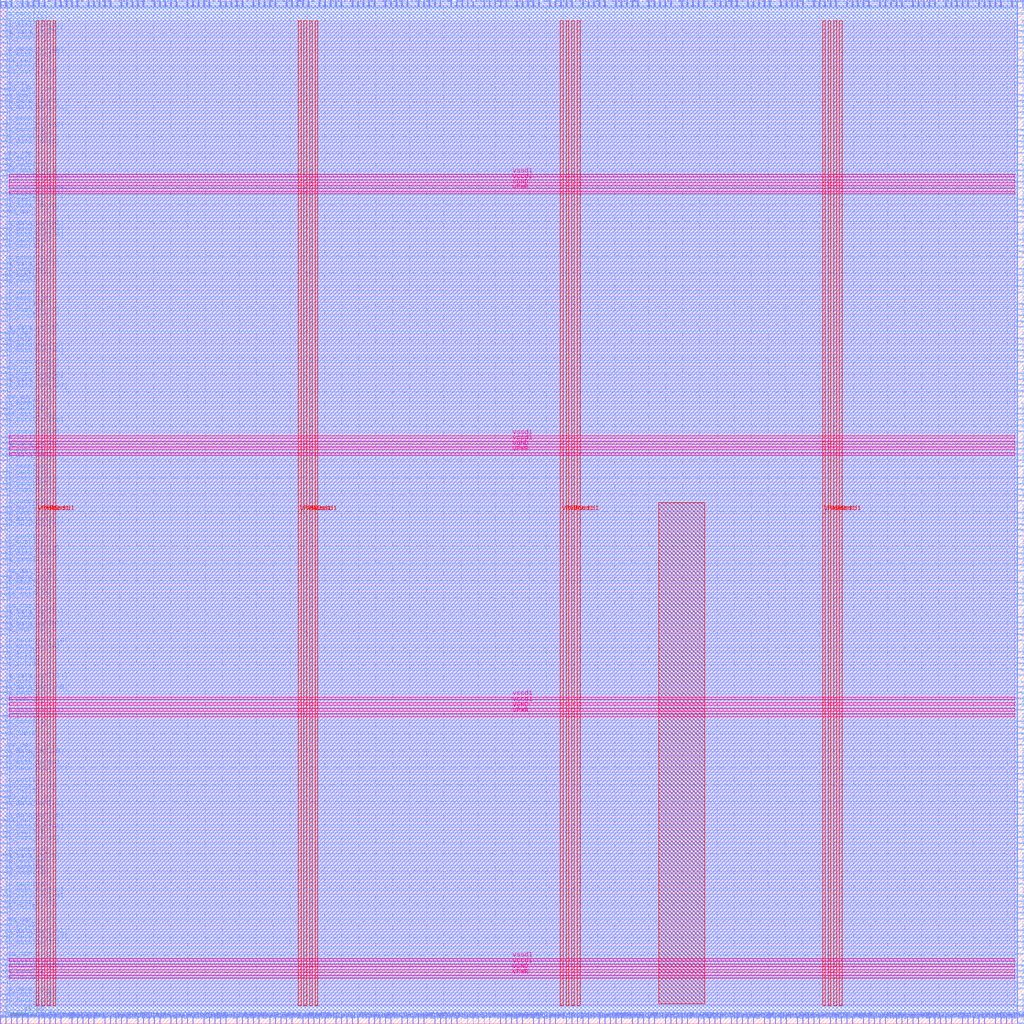
<source format=lef>
VERSION 5.7 ;
  NOWIREEXTENSIONATPIN ON ;
  DIVIDERCHAR "/" ;
  BUSBITCHARS "[]" ;
MACRO spm
  CLASS BLOCK ;
  FOREIGN spm ;
  ORIGIN 0.000 0.000 ;
  SIZE 600.000 BY 600.000 ;
  PIN VGND
    DIRECTION INOUT ;
    USE GROUND ;
    PORT
      LAYER met4 ;
        RECT 24.340 10.640 25.940 587.760 ;
    END
    PORT
      LAYER met4 ;
        RECT 177.940 10.640 179.540 587.760 ;
    END
    PORT
      LAYER met4 ;
        RECT 331.540 10.640 333.140 587.760 ;
    END
    PORT
      LAYER met4 ;
        RECT 485.140 10.640 486.740 587.760 ;
    END
    PORT
      LAYER met5 ;
        RECT 5.280 30.030 594.560 31.630 ;
    END
    PORT
      LAYER met5 ;
        RECT 5.280 183.210 594.560 184.810 ;
    END
    PORT
      LAYER met5 ;
        RECT 5.280 336.390 594.560 337.990 ;
    END
    PORT
      LAYER met5 ;
        RECT 5.280 489.570 594.560 491.170 ;
    END
  END VGND
  PIN VPWR
    DIRECTION INOUT ;
    USE POWER ;
    PORT
      LAYER met4 ;
        RECT 21.040 10.640 22.640 587.760 ;
    END
    PORT
      LAYER met4 ;
        RECT 174.640 10.640 176.240 587.760 ;
    END
    PORT
      LAYER met4 ;
        RECT 328.240 10.640 329.840 587.760 ;
    END
    PORT
      LAYER met4 ;
        RECT 481.840 10.640 483.440 587.760 ;
    END
    PORT
      LAYER met5 ;
        RECT 5.280 26.730 594.560 28.330 ;
    END
    PORT
      LAYER met5 ;
        RECT 5.280 179.910 594.560 181.510 ;
    END
    PORT
      LAYER met5 ;
        RECT 5.280 333.090 594.560 334.690 ;
    END
    PORT
      LAYER met5 ;
        RECT 5.280 486.270 594.560 487.870 ;
    END
  END VPWR
  PIN io_in[0]
    DIRECTION INPUT ;
    USE SIGNAL ;
    PORT
      LAYER met2 ;
        RECT 573.250 0.000 573.530 4.000 ;
    END
  END io_in[0]
  PIN io_in[10]
    DIRECTION INPUT ;
    USE SIGNAL ;
    PORT
      LAYER met2 ;
        RECT 32.290 0.000 32.570 4.000 ;
    END
  END io_in[10]
  PIN io_in[11]
    DIRECTION INPUT ;
    USE SIGNAL ;
    PORT
      LAYER met3 ;
        RECT 596.000 258.440 600.000 259.040 ;
    END
  END io_in[11]
  PIN io_in[12]
    DIRECTION INPUT ;
    USE SIGNAL ;
    PORT
      LAYER met3 ;
        RECT 0.000 132.640 4.000 133.240 ;
    END
  END io_in[12]
  PIN io_in[13]
    DIRECTION INPUT ;
    USE SIGNAL ;
    PORT
      LAYER met2 ;
        RECT 206.170 596.000 206.450 600.000 ;
    END
  END io_in[13]
  PIN io_in[14]
    DIRECTION INPUT ;
    USE SIGNAL ;
    PORT
      LAYER met3 ;
        RECT 596.000 391.040 600.000 391.640 ;
    END
  END io_in[14]
  PIN io_in[15]
    DIRECTION INPUT ;
    USE SIGNAL ;
    PORT
      LAYER met2 ;
        RECT 173.970 596.000 174.250 600.000 ;
    END
  END io_in[15]
  PIN io_in[16]
    DIRECTION INPUT ;
    USE SIGNAL ;
    PORT
      LAYER met3 ;
        RECT 0.000 64.640 4.000 65.240 ;
    END
  END io_in[16]
  PIN io_in[17]
    DIRECTION INPUT ;
    USE SIGNAL ;
    PORT
      LAYER met3 ;
        RECT 596.000 574.640 600.000 575.240 ;
    END
  END io_in[17]
  PIN io_in[18]
    DIRECTION INPUT ;
    USE SIGNAL ;
    PORT
      LAYER met3 ;
        RECT 0.000 207.440 4.000 208.040 ;
    END
  END io_in[18]
  PIN io_in[19]
    DIRECTION INPUT ;
    USE SIGNAL ;
    PORT
      LAYER met2 ;
        RECT 225.490 596.000 225.770 600.000 ;
    END
  END io_in[19]
  PIN io_in[1]
    DIRECTION INPUT ;
    USE SIGNAL ;
    PORT
      LAYER met2 ;
        RECT 51.610 0.000 51.890 4.000 ;
    END
  END io_in[1]
  PIN io_in[20]
    DIRECTION INPUT ;
    USE SIGNAL ;
    PORT
      LAYER met2 ;
        RECT 154.650 596.000 154.930 600.000 ;
    END
  END io_in[20]
  PIN io_in[21]
    DIRECTION INPUT ;
    USE SIGNAL ;
    PORT
      LAYER met2 ;
        RECT 186.850 596.000 187.130 600.000 ;
    END
  END io_in[21]
  PIN io_in[22]
    DIRECTION INPUT ;
    USE SIGNAL ;
    PORT
      LAYER met3 ;
        RECT 0.000 54.440 4.000 55.040 ;
    END
  END io_in[22]
  PIN io_in[23]
    DIRECTION INPUT ;
    USE SIGNAL ;
    PORT
      LAYER met3 ;
        RECT 0.000 153.040 4.000 153.640 ;
    END
  END io_in[23]
  PIN io_in[24]
    DIRECTION INPUT ;
    USE SIGNAL ;
    PORT
      LAYER met3 ;
        RECT 596.000 442.040 600.000 442.640 ;
    END
  END io_in[24]
  PIN io_in[25]
    DIRECTION INPUT ;
    USE SIGNAL ;
    PORT
      LAYER met2 ;
        RECT 25.850 596.000 26.130 600.000 ;
    END
  END io_in[25]
  PIN io_in[26]
    DIRECTION INPUT ;
    USE SIGNAL ;
    PORT
      LAYER met2 ;
        RECT 380.050 596.000 380.330 600.000 ;
    END
  END io_in[26]
  PIN io_in[27]
    DIRECTION INPUT ;
    USE SIGNAL ;
    PORT
      LAYER met2 ;
        RECT 167.530 596.000 167.810 600.000 ;
    END
  END io_in[27]
  PIN io_in[28]
    DIRECTION INPUT ;
    USE SIGNAL ;
    PORT
      LAYER met3 ;
        RECT 0.000 23.840 4.000 24.440 ;
    END
  END io_in[28]
  PIN io_in[29]
    DIRECTION INPUT ;
    USE SIGNAL ;
    PORT
      LAYER met2 ;
        RECT 273.790 596.000 274.070 600.000 ;
    END
  END io_in[29]
  PIN io_in[2]
    DIRECTION INPUT ;
    USE SIGNAL ;
    PORT
      LAYER met3 ;
        RECT 0.000 503.240 4.000 503.840 ;
    END
  END io_in[2]
  PIN io_in[30]
    DIRECTION INPUT ;
    USE SIGNAL ;
    PORT
      LAYER met2 ;
        RECT 248.030 0.000 248.310 4.000 ;
    END
  END io_in[30]
  PIN io_in[31]
    DIRECTION INPUT ;
    USE SIGNAL ;
    PORT
      LAYER met3 ;
        RECT 0.000 176.840 4.000 177.440 ;
    END
  END io_in[31]
  PIN io_in[32]
    DIRECTION INPUT ;
    USE SIGNAL ;
    PORT
      LAYER met2 ;
        RECT 409.030 596.000 409.310 600.000 ;
    END
  END io_in[32]
  PIN io_in[33]
    DIRECTION INPUT ;
    USE SIGNAL ;
    PORT
      LAYER met2 ;
        RECT 351.070 596.000 351.350 600.000 ;
    END
  END io_in[33]
  PIN io_in[34]
    DIRECTION INPUT ;
    USE SIGNAL ;
    PORT
      LAYER met2 ;
        RECT 177.190 0.000 177.470 4.000 ;
    END
  END io_in[34]
  PIN io_in[35]
    DIRECTION INPUT ;
    USE SIGNAL ;
    PORT
      LAYER met3 ;
        RECT 596.000 394.440 600.000 395.040 ;
    END
  END io_in[35]
  PIN io_in[36]
    DIRECTION INPUT ;
    USE SIGNAL ;
    PORT
      LAYER met3 ;
        RECT 0.000 210.840 4.000 211.440 ;
    END
  END io_in[36]
  PIN io_in[37]
    DIRECTION INPUT ;
    USE SIGNAL ;
    PORT
      LAYER met2 ;
        RECT 544.270 0.000 544.550 4.000 ;
    END
  END io_in[37]
  PIN io_in[3]
    DIRECTION INPUT ;
    USE SIGNAL ;
    PORT
      LAYER met3 ;
        RECT 0.000 214.240 4.000 214.840 ;
    END
  END io_in[3]
  PIN io_in[4]
    DIRECTION INPUT ;
    USE SIGNAL ;
    PORT
      LAYER met2 ;
        RECT 566.810 596.000 567.090 600.000 ;
    END
  END io_in[4]
  PIN io_in[5]
    DIRECTION INPUT ;
    USE SIGNAL ;
    PORT
      LAYER met3 ;
        RECT 596.000 64.640 600.000 65.240 ;
    END
  END io_in[5]
  PIN io_in[6]
    DIRECTION INPUT ;
    USE SIGNAL ;
    PORT
      LAYER met3 ;
        RECT 596.000 350.240 600.000 350.840 ;
    END
  END io_in[6]
  PIN io_in[7]
    DIRECTION INPUT ;
    USE SIGNAL ;
    PORT
      LAYER met3 ;
        RECT 0.000 340.040 4.000 340.640 ;
    END
  END io_in[7]
  PIN io_in[8]
    DIRECTION INPUT ;
    USE SIGNAL ;
    PORT
      LAYER met2 ;
        RECT 289.890 596.000 290.170 600.000 ;
    END
  END io_in[8]
  PIN io_in[9]
    DIRECTION INPUT ;
    USE SIGNAL ;
    PORT
      LAYER met3 ;
        RECT 0.000 397.840 4.000 398.440 ;
    END
  END io_in[9]
  PIN io_oeb[0]
    DIRECTION OUTPUT TRISTATE ;
    USE SIGNAL ;
    PORT
      LAYER met3 ;
        RECT 596.000 207.440 600.000 208.040 ;
    END
  END io_oeb[0]
  PIN io_oeb[10]
    DIRECTION OUTPUT TRISTATE ;
    USE SIGNAL ;
    PORT
      LAYER met3 ;
        RECT 596.000 193.840 600.000 194.440 ;
    END
  END io_oeb[10]
  PIN io_oeb[11]
    DIRECTION OUTPUT TRISTATE ;
    USE SIGNAL ;
    PORT
      LAYER met2 ;
        RECT 360.730 596.000 361.010 600.000 ;
    END
  END io_oeb[11]
  PIN io_oeb[12]
    DIRECTION OUTPUT TRISTATE ;
    USE SIGNAL ;
    PORT
      LAYER met2 ;
        RECT 212.610 596.000 212.890 600.000 ;
    END
  END io_oeb[12]
  PIN io_oeb[13]
    DIRECTION OUTPUT TRISTATE ;
    USE SIGNAL ;
    PORT
      LAYER met2 ;
        RECT 434.790 0.000 435.070 4.000 ;
    END
  END io_oeb[13]
  PIN io_oeb[14]
    DIRECTION OUTPUT TRISTATE ;
    USE SIGNAL ;
    PORT
      LAYER met2 ;
        RECT 109.570 596.000 109.850 600.000 ;
    END
  END io_oeb[14]
  PIN io_oeb[15]
    DIRECTION OUTPUT TRISTATE ;
    USE SIGNAL ;
    PORT
      LAYER met3 ;
        RECT 596.000 210.840 600.000 211.440 ;
    END
  END io_oeb[15]
  PIN io_oeb[16]
    DIRECTION OUTPUT TRISTATE ;
    USE SIGNAL ;
    PORT
      LAYER met2 ;
        RECT 399.370 0.000 399.650 4.000 ;
    END
  END io_oeb[16]
  PIN io_oeb[17]
    DIRECTION OUTPUT TRISTATE ;
    USE SIGNAL ;
    PORT
      LAYER met2 ;
        RECT 6.530 596.000 6.810 600.000 ;
    END
  END io_oeb[17]
  PIN io_oeb[18]
    DIRECTION OUTPUT TRISTATE ;
    USE SIGNAL ;
    PORT
      LAYER met2 ;
        RECT 19.410 596.000 19.690 600.000 ;
    END
  END io_oeb[18]
  PIN io_oeb[19]
    DIRECTION OUTPUT TRISTATE ;
    USE SIGNAL ;
    PORT
      LAYER met3 ;
        RECT 0.000 187.040 4.000 187.640 ;
    END
  END io_oeb[19]
  PIN io_oeb[1]
    DIRECTION OUTPUT TRISTATE ;
    USE SIGNAL ;
    PORT
      LAYER met2 ;
        RECT 396.150 0.000 396.430 4.000 ;
    END
  END io_oeb[1]
  PIN io_oeb[20]
    DIRECTION OUTPUT TRISTATE ;
    USE SIGNAL ;
    PORT
      LAYER met2 ;
        RECT 112.790 596.000 113.070 600.000 ;
    END
  END io_oeb[20]
  PIN io_oeb[21]
    DIRECTION OUTPUT TRISTATE ;
    USE SIGNAL ;
    PORT
      LAYER met2 ;
        RECT 412.250 596.000 412.530 600.000 ;
    END
  END io_oeb[21]
  PIN io_oeb[22]
    DIRECTION OUTPUT TRISTATE ;
    USE SIGNAL ;
    PORT
      LAYER met3 ;
        RECT 0.000 108.840 4.000 109.440 ;
    END
  END io_oeb[22]
  PIN io_oeb[23]
    DIRECTION OUTPUT TRISTATE ;
    USE SIGNAL ;
    PORT
      LAYER met3 ;
        RECT 596.000 238.040 600.000 238.640 ;
    END
  END io_oeb[23]
  PIN io_oeb[24]
    DIRECTION OUTPUT TRISTATE ;
    USE SIGNAL ;
    PORT
      LAYER met3 ;
        RECT 596.000 595.040 600.000 595.640 ;
    END
  END io_oeb[24]
  PIN io_oeb[25]
    DIRECTION OUTPUT TRISTATE ;
    USE SIGNAL ;
    PORT
      LAYER met3 ;
        RECT 0.000 479.440 4.000 480.040 ;
    END
  END io_oeb[25]
  PIN io_oeb[26]
    DIRECTION OUTPUT TRISTATE ;
    USE SIGNAL ;
    PORT
      LAYER met2 ;
        RECT 74.150 596.000 74.430 600.000 ;
    END
  END io_oeb[26]
  PIN io_oeb[27]
    DIRECTION OUTPUT TRISTATE ;
    USE SIGNAL ;
    PORT
      LAYER met3 ;
        RECT 0.000 6.840 4.000 7.440 ;
    END
  END io_oeb[27]
  PIN io_oeb[28]
    DIRECTION OUTPUT TRISTATE ;
    USE SIGNAL ;
    PORT
      LAYER met2 ;
        RECT 367.170 596.000 367.450 600.000 ;
    END
  END io_oeb[28]
  PIN io_oeb[29]
    DIRECTION OUTPUT TRISTATE ;
    USE SIGNAL ;
    PORT
      LAYER met3 ;
        RECT 596.000 438.640 600.000 439.240 ;
    END
  END io_oeb[29]
  PIN io_oeb[2]
    DIRECTION OUTPUT TRISTATE ;
    USE SIGNAL ;
    PORT
      LAYER met3 ;
        RECT 596.000 516.840 600.000 517.440 ;
    END
  END io_oeb[2]
  PIN io_oeb[30]
    DIRECTION OUTPUT TRISTATE ;
    USE SIGNAL ;
    PORT
      LAYER met2 ;
        RECT 363.950 0.000 364.230 4.000 ;
    END
  END io_oeb[30]
  PIN io_oeb[31]
    DIRECTION OUTPUT TRISTATE ;
    USE SIGNAL ;
    PORT
      LAYER met3 ;
        RECT 0.000 540.640 4.000 541.240 ;
    END
  END io_oeb[31]
  PIN io_oeb[32]
    DIRECTION OUTPUT TRISTATE ;
    USE SIGNAL ;
    PORT
      LAYER met2 ;
        RECT 80.590 596.000 80.870 600.000 ;
    END
  END io_oeb[32]
  PIN io_oeb[33]
    DIRECTION OUTPUT TRISTATE ;
    USE SIGNAL ;
    PORT
      LAYER met2 ;
        RECT 32.290 596.000 32.570 600.000 ;
    END
  END io_oeb[33]
  PIN io_oeb[34]
    DIRECTION OUTPUT TRISTATE ;
    USE SIGNAL ;
    PORT
      LAYER met2 ;
        RECT 116.010 596.000 116.290 600.000 ;
    END
  END io_oeb[34]
  PIN io_oeb[35]
    DIRECTION OUTPUT TRISTATE ;
    USE SIGNAL ;
    PORT
      LAYER met3 ;
        RECT 0.000 333.240 4.000 333.840 ;
    END
  END io_oeb[35]
  PIN io_oeb[36]
    DIRECTION OUTPUT TRISTATE ;
    USE SIGNAL ;
    PORT
      LAYER met2 ;
        RECT 260.910 0.000 261.190 4.000 ;
    END
  END io_oeb[36]
  PIN io_oeb[37]
    DIRECTION OUTPUT TRISTATE ;
    USE SIGNAL ;
    PORT
      LAYER met3 ;
        RECT 0.000 452.240 4.000 452.840 ;
    END
  END io_oeb[37]
  PIN io_oeb[3]
    DIRECTION OUTPUT TRISTATE ;
    USE SIGNAL ;
    PORT
      LAYER met2 ;
        RECT 460.550 596.000 460.830 600.000 ;
    END
  END io_oeb[3]
  PIN io_oeb[4]
    DIRECTION OUTPUT TRISTATE ;
    USE SIGNAL ;
    PORT
      LAYER met2 ;
        RECT 296.330 0.000 296.610 4.000 ;
    END
  END io_oeb[4]
  PIN io_oeb[5]
    DIRECTION OUTPUT TRISTATE ;
    USE SIGNAL ;
    PORT
      LAYER met3 ;
        RECT 0.000 166.640 4.000 167.240 ;
    END
  END io_oeb[5]
  PIN io_oeb[6]
    DIRECTION OUTPUT TRISTATE ;
    USE SIGNAL ;
    PORT
      LAYER met2 ;
        RECT 431.570 596.000 431.850 600.000 ;
    END
  END io_oeb[6]
  PIN io_oeb[7]
    DIRECTION OUTPUT TRISTATE ;
    USE SIGNAL ;
    PORT
      LAYER met2 ;
        RECT 579.690 596.000 579.970 600.000 ;
    END
  END io_oeb[7]
  PIN io_oeb[8]
    DIRECTION OUTPUT TRISTATE ;
    USE SIGNAL ;
    PORT
      LAYER met3 ;
        RECT 0.000 435.240 4.000 435.840 ;
    END
  END io_oeb[8]
  PIN io_oeb[9]
    DIRECTION OUTPUT TRISTATE ;
    USE SIGNAL ;
    PORT
      LAYER met2 ;
        RECT 64.490 596.000 64.770 600.000 ;
    END
  END io_oeb[9]
  PIN io_out[0]
    DIRECTION OUTPUT TRISTATE ;
    USE SIGNAL ;
    PORT
      LAYER met2 ;
        RECT 0.090 596.000 0.370 600.000 ;
    END
  END io_out[0]
  PIN io_out[10]
    DIRECTION OUTPUT TRISTATE ;
    USE SIGNAL ;
    PORT
      LAYER met2 ;
        RECT 563.590 596.000 563.870 600.000 ;
    END
  END io_out[10]
  PIN io_out[11]
    DIRECTION OUTPUT TRISTATE ;
    USE SIGNAL ;
    PORT
      LAYER met3 ;
        RECT 0.000 278.840 4.000 279.440 ;
    END
  END io_out[11]
  PIN io_out[12]
    DIRECTION OUTPUT TRISTATE ;
    USE SIGNAL ;
    PORT
      LAYER met3 ;
        RECT 596.000 557.640 600.000 558.240 ;
    END
  END io_out[12]
  PIN io_out[13]
    DIRECTION OUTPUT TRISTATE ;
    USE SIGNAL ;
    PORT
      LAYER met3 ;
        RECT 0.000 197.240 4.000 197.840 ;
    END
  END io_out[13]
  PIN io_out[14]
    DIRECTION OUTPUT TRISTATE ;
    USE SIGNAL ;
    PORT
      LAYER met2 ;
        RECT 74.150 0.000 74.430 4.000 ;
    END
  END io_out[14]
  PIN io_out[15]
    DIRECTION OUTPUT TRISTATE ;
    USE SIGNAL ;
    PORT
      LAYER met3 ;
        RECT 596.000 462.440 600.000 463.040 ;
    END
  END io_out[15]
  PIN io_out[16]
    DIRECTION OUTPUT TRISTATE ;
    USE SIGNAL ;
    PORT
      LAYER met3 ;
        RECT 596.000 129.240 600.000 129.840 ;
    END
  END io_out[16]
  PIN io_out[17]
    DIRECTION OUTPUT TRISTATE ;
    USE SIGNAL ;
    PORT
      LAYER met3 ;
        RECT 596.000 387.640 600.000 388.240 ;
    END
  END io_out[17]
  PIN io_out[18]
    DIRECTION OUTPUT TRISTATE ;
    USE SIGNAL ;
    PORT
      LAYER met3 ;
        RECT 596.000 537.240 600.000 537.840 ;
    END
  END io_out[18]
  PIN io_out[19]
    DIRECTION OUTPUT TRISTATE ;
    USE SIGNAL ;
    PORT
      LAYER met3 ;
        RECT 596.000 469.240 600.000 469.840 ;
    END
  END io_out[19]
  PIN io_out[1]
    DIRECTION OUTPUT TRISTATE ;
    USE SIGNAL ;
    PORT
      LAYER met2 ;
        RECT 67.710 0.000 67.990 4.000 ;
    END
  END io_out[1]
  PIN io_out[20]
    DIRECTION OUTPUT TRISTATE ;
    USE SIGNAL ;
    PORT
      LAYER met2 ;
        RECT 450.890 0.000 451.170 4.000 ;
    END
  END io_out[20]
  PIN io_out[21]
    DIRECTION OUTPUT TRISTATE ;
    USE SIGNAL ;
    PORT
      LAYER met3 ;
        RECT 0.000 595.040 4.000 595.640 ;
    END
  END io_out[21]
  PIN io_out[22]
    DIRECTION OUTPUT TRISTATE ;
    USE SIGNAL ;
    PORT
      LAYER met2 ;
        RECT 557.150 0.000 557.430 4.000 ;
    END
  END io_out[22]
  PIN io_out[23]
    DIRECTION OUTPUT TRISTATE ;
    USE SIGNAL ;
    PORT
      LAYER met2 ;
        RECT 325.310 0.000 325.590 4.000 ;
    END
  END io_out[23]
  PIN io_out[24]
    DIRECTION OUTPUT TRISTATE ;
    USE SIGNAL ;
    PORT
      LAYER met3 ;
        RECT 596.000 54.440 600.000 55.040 ;
    END
  END io_out[24]
  PIN io_out[25]
    DIRECTION OUTPUT TRISTATE ;
    USE SIGNAL ;
    PORT
      LAYER met3 ;
        RECT 0.000 418.240 4.000 418.840 ;
    END
  END io_out[25]
  PIN io_out[26]
    DIRECTION OUTPUT TRISTATE ;
    USE SIGNAL ;
    PORT
      LAYER met2 ;
        RECT 122.450 596.000 122.730 600.000 ;
    END
  END io_out[26]
  PIN io_out[27]
    DIRECTION OUTPUT TRISTATE ;
    USE SIGNAL ;
    PORT
      LAYER met2 ;
        RECT 589.350 0.000 589.630 4.000 ;
    END
  END io_out[27]
  PIN io_out[28]
    DIRECTION OUTPUT TRISTATE ;
    USE SIGNAL ;
    PORT
      LAYER met3 ;
        RECT 596.000 329.840 600.000 330.440 ;
    END
  END io_out[28]
  PIN io_out[29]
    DIRECTION OUTPUT TRISTATE ;
    USE SIGNAL ;
    PORT
      LAYER met2 ;
        RECT 138.550 0.000 138.830 4.000 ;
    END
  END io_out[29]
  PIN io_out[2]
    DIRECTION OUTPUT TRISTATE ;
    USE SIGNAL ;
    PORT
      LAYER met2 ;
        RECT 576.470 596.000 576.750 600.000 ;
    END
  END io_out[2]
  PIN io_out[30]
    DIRECTION OUTPUT TRISTATE ;
    USE SIGNAL ;
    PORT
      LAYER met2 ;
        RECT 183.630 0.000 183.910 4.000 ;
    END
  END io_out[30]
  PIN io_out[31]
    DIRECTION OUTPUT TRISTATE ;
    USE SIGNAL ;
    PORT
      LAYER met3 ;
        RECT 596.000 530.440 600.000 531.040 ;
    END
  END io_out[31]
  PIN io_out[32]
    DIRECTION OUTPUT TRISTATE ;
    USE SIGNAL ;
    PORT
      LAYER met2 ;
        RECT 531.390 0.000 531.670 4.000 ;
    END
  END io_out[32]
  PIN io_out[33]
    DIRECTION OUTPUT TRISTATE ;
    USE SIGNAL ;
    PORT
      LAYER met3 ;
        RECT 596.000 452.240 600.000 452.840 ;
    END
  END io_out[33]
  PIN io_out[34]
    DIRECTION OUTPUT TRISTATE ;
    USE SIGNAL ;
    PORT
      LAYER met2 ;
        RECT 595.790 596.000 596.070 600.000 ;
    END
  END io_out[34]
  PIN io_out[35]
    DIRECTION OUTPUT TRISTATE ;
    USE SIGNAL ;
    PORT
      LAYER met3 ;
        RECT 596.000 401.240 600.000 401.840 ;
    END
  END io_out[35]
  PIN io_out[36]
    DIRECTION OUTPUT TRISTATE ;
    USE SIGNAL ;
    PORT
      LAYER met2 ;
        RECT 119.230 596.000 119.510 600.000 ;
    END
  END io_out[36]
  PIN io_out[37]
    DIRECTION OUTPUT TRISTATE ;
    USE SIGNAL ;
    PORT
      LAYER met2 ;
        RECT 528.170 0.000 528.450 4.000 ;
    END
  END io_out[37]
  PIN io_out[3]
    DIRECTION OUTPUT TRISTATE ;
    USE SIGNAL ;
    PORT
      LAYER met3 ;
        RECT 0.000 299.240 4.000 299.840 ;
    END
  END io_out[3]
  PIN io_out[4]
    DIRECTION OUTPUT TRISTATE ;
    USE SIGNAL ;
    PORT
      LAYER met3 ;
        RECT 596.000 47.640 600.000 48.240 ;
    END
  END io_out[4]
  PIN io_out[5]
    DIRECTION OUTPUT TRISTATE ;
    USE SIGNAL ;
    PORT
      LAYER met3 ;
        RECT 596.000 370.640 600.000 371.240 ;
    END
  END io_out[5]
  PIN io_out[6]
    DIRECTION OUTPUT TRISTATE ;
    USE SIGNAL ;
    PORT
      LAYER met2 ;
        RECT 305.990 596.000 306.270 600.000 ;
    END
  END io_out[6]
  PIN io_out[7]
    DIRECTION OUTPUT TRISTATE ;
    USE SIGNAL ;
    PORT
      LAYER met3 ;
        RECT 0.000 139.440 4.000 140.040 ;
    END
  END io_out[7]
  PIN io_out[8]
    DIRECTION OUTPUT TRISTATE ;
    USE SIGNAL ;
    PORT
      LAYER met2 ;
        RECT 248.030 596.000 248.310 600.000 ;
    END
  END io_out[8]
  PIN io_out[9]
    DIRECTION OUTPUT TRISTATE ;
    USE SIGNAL ;
    PORT
      LAYER met3 ;
        RECT 0.000 598.440 4.000 599.040 ;
    END
  END io_out[9]
  PIN irq[0]
    DIRECTION OUTPUT TRISTATE ;
    USE SIGNAL ;
    PORT
      LAYER met2 ;
        RECT 186.850 0.000 187.130 4.000 ;
    END
  END irq[0]
  PIN irq[1]
    DIRECTION OUTPUT TRISTATE ;
    USE SIGNAL ;
    PORT
      LAYER met3 ;
        RECT 596.000 234.640 600.000 235.240 ;
    END
  END irq[1]
  PIN irq[2]
    DIRECTION OUTPUT TRISTATE ;
    USE SIGNAL ;
    PORT
      LAYER met2 ;
        RECT 476.650 596.000 476.930 600.000 ;
    END
  END irq[2]
  PIN la_data_in[0]
    DIRECTION INPUT ;
    USE SIGNAL ;
    PORT
      LAYER met3 ;
        RECT 596.000 299.240 600.000 299.840 ;
    END
  END la_data_in[0]
  PIN la_data_in[100]
    DIRECTION INPUT ;
    USE SIGNAL ;
    PORT
      LAYER met3 ;
        RECT 596.000 163.240 600.000 163.840 ;
    END
  END la_data_in[100]
  PIN la_data_in[101]
    DIRECTION INPUT ;
    USE SIGNAL ;
    PORT
      LAYER met2 ;
        RECT 267.350 596.000 267.630 600.000 ;
    END
  END la_data_in[101]
  PIN la_data_in[102]
    DIRECTION INPUT ;
    USE SIGNAL ;
    PORT
      LAYER met2 ;
        RECT 99.910 596.000 100.190 600.000 ;
    END
  END la_data_in[102]
  PIN la_data_in[103]
    DIRECTION INPUT ;
    USE SIGNAL ;
    PORT
      LAYER met3 ;
        RECT 596.000 550.840 600.000 551.440 ;
    END
  END la_data_in[103]
  PIN la_data_in[104]
    DIRECTION INPUT ;
    USE SIGNAL ;
    PORT
      LAYER met3 ;
        RECT 0.000 462.440 4.000 463.040 ;
    END
  END la_data_in[104]
  PIN la_data_in[105]
    DIRECTION INPUT ;
    USE SIGNAL ;
    PORT
      LAYER met3 ;
        RECT 596.000 374.040 600.000 374.640 ;
    END
  END la_data_in[105]
  PIN la_data_in[106]
    DIRECTION INPUT ;
    USE SIGNAL ;
    PORT
      LAYER met3 ;
        RECT 596.000 51.040 600.000 51.640 ;
    END
  END la_data_in[106]
  PIN la_data_in[107]
    DIRECTION INPUT ;
    USE SIGNAL ;
    PORT
      LAYER met2 ;
        RECT 328.530 596.000 328.810 600.000 ;
    END
  END la_data_in[107]
  PIN la_data_in[108]
    DIRECTION INPUT ;
    USE SIGNAL ;
    PORT
      LAYER met3 ;
        RECT 596.000 149.640 600.000 150.240 ;
    END
  END la_data_in[108]
  PIN la_data_in[109]
    DIRECTION INPUT ;
    USE SIGNAL ;
    PORT
      LAYER met2 ;
        RECT 428.350 596.000 428.630 600.000 ;
    END
  END la_data_in[109]
  PIN la_data_in[10]
    DIRECTION INPUT ;
    USE SIGNAL ;
    PORT
      LAYER met3 ;
        RECT 0.000 476.040 4.000 476.640 ;
    END
  END la_data_in[10]
  PIN la_data_in[110]
    DIRECTION INPUT ;
    USE SIGNAL ;
    PORT
      LAYER met2 ;
        RECT 16.190 0.000 16.470 4.000 ;
    END
  END la_data_in[110]
  PIN la_data_in[111]
    DIRECTION INPUT ;
    USE SIGNAL ;
    PORT
      LAYER met3 ;
        RECT 596.000 377.440 600.000 378.040 ;
    END
  END la_data_in[111]
  PIN la_data_in[112]
    DIRECTION INPUT ;
    USE SIGNAL ;
    PORT
      LAYER met3 ;
        RECT 0.000 482.840 4.000 483.440 ;
    END
  END la_data_in[112]
  PIN la_data_in[113]
    DIRECTION INPUT ;
    USE SIGNAL ;
    PORT
      LAYER met3 ;
        RECT 596.000 85.040 600.000 85.640 ;
    END
  END la_data_in[113]
  PIN la_data_in[114]
    DIRECTION INPUT ;
    USE SIGNAL ;
    PORT
      LAYER met2 ;
        RECT 444.450 596.000 444.730 600.000 ;
    END
  END la_data_in[114]
  PIN la_data_in[115]
    DIRECTION INPUT ;
    USE SIGNAL ;
    PORT
      LAYER met2 ;
        RECT 141.770 0.000 142.050 4.000 ;
    END
  END la_data_in[115]
  PIN la_data_in[116]
    DIRECTION INPUT ;
    USE SIGNAL ;
    PORT
      LAYER met2 ;
        RECT 257.690 0.000 257.970 4.000 ;
    END
  END la_data_in[116]
  PIN la_data_in[117]
    DIRECTION INPUT ;
    USE SIGNAL ;
    PORT
      LAYER met2 ;
        RECT 244.810 596.000 245.090 600.000 ;
    END
  END la_data_in[117]
  PIN la_data_in[118]
    DIRECTION INPUT ;
    USE SIGNAL ;
    PORT
      LAYER met2 ;
        RECT 483.090 596.000 483.370 600.000 ;
    END
  END la_data_in[118]
  PIN la_data_in[119]
    DIRECTION INPUT ;
    USE SIGNAL ;
    PORT
      LAYER met3 ;
        RECT 596.000 357.040 600.000 357.640 ;
    END
  END la_data_in[119]
  PIN la_data_in[11]
    DIRECTION INPUT ;
    USE SIGNAL ;
    PORT
      LAYER met3 ;
        RECT 0.000 442.040 4.000 442.640 ;
    END
  END la_data_in[11]
  PIN la_data_in[120]
    DIRECTION INPUT ;
    USE SIGNAL ;
    PORT
      LAYER met2 ;
        RECT 405.810 596.000 406.090 600.000 ;
    END
  END la_data_in[120]
  PIN la_data_in[121]
    DIRECTION INPUT ;
    USE SIGNAL ;
    PORT
      LAYER met2 ;
        RECT 570.030 0.000 570.310 4.000 ;
    END
  END la_data_in[121]
  PIN la_data_in[122]
    DIRECTION INPUT ;
    USE SIGNAL ;
    PORT
      LAYER met2 ;
        RECT 35.510 596.000 35.790 600.000 ;
    END
  END la_data_in[122]
  PIN la_data_in[123]
    DIRECTION INPUT ;
    USE SIGNAL ;
    PORT
      LAYER met2 ;
        RECT 595.790 0.000 596.070 4.000 ;
    END
  END la_data_in[123]
  PIN la_data_in[124]
    DIRECTION INPUT ;
    USE SIGNAL ;
    PORT
      LAYER met2 ;
        RECT 58.050 596.000 58.330 600.000 ;
    END
  END la_data_in[124]
  PIN la_data_in[125]
    DIRECTION INPUT ;
    USE SIGNAL ;
    PORT
      LAYER met3 ;
        RECT 0.000 156.440 4.000 157.040 ;
    END
  END la_data_in[125]
  PIN la_data_in[126]
    DIRECTION INPUT ;
    USE SIGNAL ;
    PORT
      LAYER met2 ;
        RECT 447.670 0.000 447.950 4.000 ;
    END
  END la_data_in[126]
  PIN la_data_in[127]
    DIRECTION INPUT ;
    USE SIGNAL ;
    PORT
      LAYER met3 ;
        RECT 0.000 329.840 4.000 330.440 ;
    END
  END la_data_in[127]
  PIN la_data_in[12]
    DIRECTION INPUT ;
    USE SIGNAL ;
    PORT
      LAYER met3 ;
        RECT 0.000 275.440 4.000 276.040 ;
    END
  END la_data_in[12]
  PIN la_data_in[13]
    DIRECTION INPUT ;
    USE SIGNAL ;
    PORT
      LAYER met2 ;
        RECT 518.510 0.000 518.790 4.000 ;
    END
  END la_data_in[13]
  PIN la_data_in[14]
    DIRECTION INPUT ;
    USE SIGNAL ;
    PORT
      LAYER met3 ;
        RECT 596.000 431.840 600.000 432.440 ;
    END
  END la_data_in[14]
  PIN la_data_in[15]
    DIRECTION INPUT ;
    USE SIGNAL ;
    PORT
      LAYER met3 ;
        RECT 0.000 95.240 4.000 95.840 ;
    END
  END la_data_in[15]
  PIN la_data_in[16]
    DIRECTION INPUT ;
    USE SIGNAL ;
    PORT
      LAYER met3 ;
        RECT 596.000 248.240 600.000 248.840 ;
    END
  END la_data_in[16]
  PIN la_data_in[17]
    DIRECTION INPUT ;
    USE SIGNAL ;
    PORT
      LAYER met3 ;
        RECT 0.000 251.640 4.000 252.240 ;
    END
  END la_data_in[17]
  PIN la_data_in[18]
    DIRECTION INPUT ;
    USE SIGNAL ;
    PORT
      LAYER met3 ;
        RECT 596.000 503.240 600.000 503.840 ;
    END
  END la_data_in[18]
  PIN la_data_in[19]
    DIRECTION INPUT ;
    USE SIGNAL ;
    PORT
      LAYER met2 ;
        RECT 457.330 596.000 457.610 600.000 ;
    END
  END la_data_in[19]
  PIN la_data_in[1]
    DIRECTION INPUT ;
    USE SIGNAL ;
    PORT
      LAYER met2 ;
        RECT 144.990 0.000 145.270 4.000 ;
    END
  END la_data_in[1]
  PIN la_data_in[20]
    DIRECTION INPUT ;
    USE SIGNAL ;
    PORT
      LAYER met2 ;
        RECT 16.190 596.000 16.470 600.000 ;
    END
  END la_data_in[20]
  PIN la_data_in[21]
    DIRECTION INPUT ;
    USE SIGNAL ;
    PORT
      LAYER met3 ;
        RECT 0.000 17.040 4.000 17.640 ;
    END
  END la_data_in[21]
  PIN la_data_in[22]
    DIRECTION INPUT ;
    USE SIGNAL ;
    PORT
      LAYER met2 ;
        RECT 389.710 0.000 389.990 4.000 ;
    END
  END la_data_in[22]
  PIN la_data_in[23]
    DIRECTION INPUT ;
    USE SIGNAL ;
    PORT
      LAYER met3 ;
        RECT 596.000 312.840 600.000 313.440 ;
    END
  END la_data_in[23]
  PIN la_data_in[24]
    DIRECTION INPUT ;
    USE SIGNAL ;
    PORT
      LAYER met3 ;
        RECT 596.000 108.840 600.000 109.440 ;
    END
  END la_data_in[24]
  PIN la_data_in[25]
    DIRECTION INPUT ;
    USE SIGNAL ;
    PORT
      LAYER met3 ;
        RECT 0.000 404.640 4.000 405.240 ;
    END
  END la_data_in[25]
  PIN la_data_in[26]
    DIRECTION INPUT ;
    USE SIGNAL ;
    PORT
      LAYER met3 ;
        RECT 596.000 479.440 600.000 480.040 ;
    END
  END la_data_in[26]
  PIN la_data_in[27]
    DIRECTION INPUT ;
    USE SIGNAL ;
    PORT
      LAYER met3 ;
        RECT 0.000 44.240 4.000 44.840 ;
    END
  END la_data_in[27]
  PIN la_data_in[28]
    DIRECTION INPUT ;
    USE SIGNAL ;
    PORT
      LAYER met3 ;
        RECT 596.000 353.640 600.000 354.240 ;
    END
  END la_data_in[28]
  PIN la_data_in[29]
    DIRECTION INPUT ;
    USE SIGNAL ;
    PORT
      LAYER met2 ;
        RECT 418.690 0.000 418.970 4.000 ;
    END
  END la_data_in[29]
  PIN la_data_in[2]
    DIRECTION INPUT ;
    USE SIGNAL ;
    PORT
      LAYER met2 ;
        RECT 466.990 0.000 467.270 4.000 ;
    END
  END la_data_in[2]
  PIN la_data_in[30]
    DIRECTION INPUT ;
    USE SIGNAL ;
    PORT
      LAYER met2 ;
        RECT 550.710 0.000 550.990 4.000 ;
    END
  END la_data_in[30]
  PIN la_data_in[31]
    DIRECTION INPUT ;
    USE SIGNAL ;
    PORT
      LAYER met2 ;
        RECT 219.050 596.000 219.330 600.000 ;
    END
  END la_data_in[31]
  PIN la_data_in[32]
    DIRECTION INPUT ;
    USE SIGNAL ;
    PORT
      LAYER met2 ;
        RECT 428.350 0.000 428.630 4.000 ;
    END
  END la_data_in[32]
  PIN la_data_in[33]
    DIRECTION INPUT ;
    USE SIGNAL ;
    PORT
      LAYER met2 ;
        RECT 241.590 0.000 241.870 4.000 ;
    END
  END la_data_in[33]
  PIN la_data_in[34]
    DIRECTION INPUT ;
    USE SIGNAL ;
    PORT
      LAYER met2 ;
        RECT 277.010 596.000 277.290 600.000 ;
    END
  END la_data_in[34]
  PIN la_data_in[35]
    DIRECTION INPUT ;
    USE SIGNAL ;
    PORT
      LAYER met3 ;
        RECT 0.000 513.440 4.000 514.040 ;
    END
  END la_data_in[35]
  PIN la_data_in[36]
    DIRECTION INPUT ;
    USE SIGNAL ;
    PORT
      LAYER met2 ;
        RECT 470.210 596.000 470.490 600.000 ;
    END
  END la_data_in[36]
  PIN la_data_in[37]
    DIRECTION INPUT ;
    USE SIGNAL ;
    PORT
      LAYER met2 ;
        RECT 582.910 596.000 583.190 600.000 ;
    END
  END la_data_in[37]
  PIN la_data_in[38]
    DIRECTION INPUT ;
    USE SIGNAL ;
    PORT
      LAYER met3 ;
        RECT 596.000 255.040 600.000 255.640 ;
    END
  END la_data_in[38]
  PIN la_data_in[39]
    DIRECTION INPUT ;
    USE SIGNAL ;
    PORT
      LAYER met2 ;
        RECT 9.750 0.000 10.030 4.000 ;
    END
  END la_data_in[39]
  PIN la_data_in[3]
    DIRECTION INPUT ;
    USE SIGNAL ;
    PORT
      LAYER met3 ;
        RECT 0.000 316.240 4.000 316.840 ;
    END
  END la_data_in[3]
  PIN la_data_in[40]
    DIRECTION INPUT ;
    USE SIGNAL ;
    PORT
      LAYER met2 ;
        RECT 119.230 0.000 119.510 4.000 ;
    END
  END la_data_in[40]
  PIN la_data_in[41]
    DIRECTION INPUT ;
    USE SIGNAL ;
    PORT
      LAYER met2 ;
        RECT 151.430 0.000 151.710 4.000 ;
    END
  END la_data_in[41]
  PIN la_data_in[42]
    DIRECTION INPUT ;
    USE SIGNAL ;
    PORT
      LAYER met3 ;
        RECT 596.000 268.640 600.000 269.240 ;
    END
  END la_data_in[42]
  PIN la_data_in[43]
    DIRECTION INPUT ;
    USE SIGNAL ;
    PORT
      LAYER met3 ;
        RECT 596.000 459.040 600.000 459.640 ;
    END
  END la_data_in[43]
  PIN la_data_in[44]
    DIRECTION INPUT ;
    USE SIGNAL ;
    PORT
      LAYER met2 ;
        RECT 199.730 596.000 200.010 600.000 ;
    END
  END la_data_in[44]
  PIN la_data_in[45]
    DIRECTION INPUT ;
    USE SIGNAL ;
    PORT
      LAYER met3 ;
        RECT 0.000 105.440 4.000 106.040 ;
    END
  END la_data_in[45]
  PIN la_data_in[46]
    DIRECTION INPUT ;
    USE SIGNAL ;
    PORT
      LAYER met3 ;
        RECT 0.000 336.640 4.000 337.240 ;
    END
  END la_data_in[46]
  PIN la_data_in[47]
    DIRECTION INPUT ;
    USE SIGNAL ;
    PORT
      LAYER met2 ;
        RECT 392.930 0.000 393.210 4.000 ;
    END
  END la_data_in[47]
  PIN la_data_in[48]
    DIRECTION INPUT ;
    USE SIGNAL ;
    PORT
      LAYER met2 ;
        RECT 425.130 596.000 425.410 600.000 ;
    END
  END la_data_in[48]
  PIN la_data_in[49]
    DIRECTION INPUT ;
    USE SIGNAL ;
    PORT
      LAYER met2 ;
        RECT 112.790 0.000 113.070 4.000 ;
    END
  END la_data_in[49]
  PIN la_data_in[4]
    DIRECTION INPUT ;
    USE SIGNAL ;
    PORT
      LAYER met2 ;
        RECT 202.950 0.000 203.230 4.000 ;
    END
  END la_data_in[4]
  PIN la_data_in[50]
    DIRECTION INPUT ;
    USE SIGNAL ;
    PORT
      LAYER met3 ;
        RECT 0.000 10.240 4.000 10.840 ;
    END
  END la_data_in[50]
  PIN la_data_in[51]
    DIRECTION INPUT ;
    USE SIGNAL ;
    PORT
      LAYER met2 ;
        RECT 12.970 596.000 13.250 600.000 ;
    END
  END la_data_in[51]
  PIN la_data_in[52]
    DIRECTION INPUT ;
    USE SIGNAL ;
    PORT
      LAYER met2 ;
        RECT 573.250 596.000 573.530 600.000 ;
    END
  END la_data_in[52]
  PIN la_data_in[53]
    DIRECTION INPUT ;
    USE SIGNAL ;
    PORT
      LAYER met3 ;
        RECT 596.000 105.440 600.000 106.040 ;
    END
  END la_data_in[53]
  PIN la_data_in[54]
    DIRECTION INPUT ;
    USE SIGNAL ;
    PORT
      LAYER met2 ;
        RECT 70.930 0.000 71.210 4.000 ;
    END
  END la_data_in[54]
  PIN la_data_in[55]
    DIRECTION INPUT ;
    USE SIGNAL ;
    PORT
      LAYER met2 ;
        RECT 277.010 0.000 277.290 4.000 ;
    END
  END la_data_in[55]
  PIN la_data_in[56]
    DIRECTION INPUT ;
    USE SIGNAL ;
    PORT
      LAYER met2 ;
        RECT 3.310 0.000 3.590 4.000 ;
    END
  END la_data_in[56]
  PIN la_data_in[57]
    DIRECTION INPUT ;
    USE SIGNAL ;
    PORT
      LAYER met2 ;
        RECT 438.010 0.000 438.290 4.000 ;
    END
  END la_data_in[57]
  PIN la_data_in[58]
    DIRECTION INPUT ;
    USE SIGNAL ;
    PORT
      LAYER met2 ;
        RECT 499.190 596.000 499.470 600.000 ;
    END
  END la_data_in[58]
  PIN la_data_in[59]
    DIRECTION INPUT ;
    USE SIGNAL ;
    PORT
      LAYER met2 ;
        RECT 512.070 0.000 512.350 4.000 ;
    END
  END la_data_in[59]
  PIN la_data_in[5]
    DIRECTION INPUT ;
    USE SIGNAL ;
    PORT
      LAYER met3 ;
        RECT 0.000 258.440 4.000 259.040 ;
    END
  END la_data_in[5]
  PIN la_data_in[60]
    DIRECTION INPUT ;
    USE SIGNAL ;
    PORT
      LAYER met2 ;
        RECT 51.610 596.000 51.890 600.000 ;
    END
  END la_data_in[60]
  PIN la_data_in[61]
    DIRECTION INPUT ;
    USE SIGNAL ;
    PORT
      LAYER met2 ;
        RECT 122.450 0.000 122.730 4.000 ;
    END
  END la_data_in[61]
  PIN la_data_in[62]
    DIRECTION INPUT ;
    USE SIGNAL ;
    PORT
      LAYER met3 ;
        RECT 596.000 136.040 600.000 136.640 ;
    END
  END la_data_in[62]
  PIN la_data_in[63]
    DIRECTION INPUT ;
    USE SIGNAL ;
    PORT
      LAYER met3 ;
        RECT 0.000 343.440 4.000 344.040 ;
    END
  END la_data_in[63]
  PIN la_data_in[64]
    DIRECTION INPUT ;
    USE SIGNAL ;
    PORT
      LAYER met3 ;
        RECT 596.000 564.440 600.000 565.040 ;
    END
  END la_data_in[64]
  PIN la_data_in[65]
    DIRECTION INPUT ;
    USE SIGNAL ;
    PORT
      LAYER met2 ;
        RECT 508.850 0.000 509.130 4.000 ;
    END
  END la_data_in[65]
  PIN la_data_in[66]
    DIRECTION INPUT ;
    USE SIGNAL ;
    PORT
      LAYER met3 ;
        RECT 0.000 578.040 4.000 578.640 ;
    END
  END la_data_in[66]
  PIN la_data_in[67]
    DIRECTION INPUT ;
    USE SIGNAL ;
    PORT
      LAYER met2 ;
        RECT 251.250 596.000 251.530 600.000 ;
    END
  END la_data_in[67]
  PIN la_data_in[68]
    DIRECTION INPUT ;
    USE SIGNAL ;
    PORT
      LAYER met3 ;
        RECT 0.000 149.640 4.000 150.240 ;
    END
  END la_data_in[68]
  PIN la_data_in[69]
    DIRECTION INPUT ;
    USE SIGNAL ;
    PORT
      LAYER met3 ;
        RECT 596.000 435.240 600.000 435.840 ;
    END
  END la_data_in[69]
  PIN la_data_in[6]
    DIRECTION INPUT ;
    USE SIGNAL ;
    PORT
      LAYER met3 ;
        RECT 596.000 231.240 600.000 231.840 ;
    END
  END la_data_in[6]
  PIN la_data_in[70]
    DIRECTION INPUT ;
    USE SIGNAL ;
    PORT
      LAYER met3 ;
        RECT 596.000 142.840 600.000 143.440 ;
    END
  END la_data_in[70]
  PIN la_data_in[71]
    DIRECTION INPUT ;
    USE SIGNAL ;
    PORT
      LAYER met3 ;
        RECT 596.000 102.040 600.000 102.640 ;
    END
  END la_data_in[71]
  PIN la_data_in[72]
    DIRECTION INPUT ;
    USE SIGNAL ;
    PORT
      LAYER met2 ;
        RECT 151.430 596.000 151.710 600.000 ;
    END
  END la_data_in[72]
  PIN la_data_in[73]
    DIRECTION INPUT ;
    USE SIGNAL ;
    PORT
      LAYER met2 ;
        RECT 582.910 0.000 583.190 4.000 ;
    END
  END la_data_in[73]
  PIN la_data_in[74]
    DIRECTION INPUT ;
    USE SIGNAL ;
    PORT
      LAYER met2 ;
        RECT 286.670 0.000 286.950 4.000 ;
    END
  END la_data_in[74]
  PIN la_data_in[75]
    DIRECTION INPUT ;
    USE SIGNAL ;
    PORT
      LAYER met2 ;
        RECT 228.710 0.000 228.990 4.000 ;
    END
  END la_data_in[75]
  PIN la_data_in[76]
    DIRECTION INPUT ;
    USE SIGNAL ;
    PORT
      LAYER met2 ;
        RECT 283.450 0.000 283.730 4.000 ;
    END
  END la_data_in[76]
  PIN la_data_in[77]
    DIRECTION INPUT ;
    USE SIGNAL ;
    PORT
      LAYER met3 ;
        RECT 596.000 380.840 600.000 381.440 ;
    END
  END la_data_in[77]
  PIN la_data_in[78]
    DIRECTION INPUT ;
    USE SIGNAL ;
    PORT
      LAYER met3 ;
        RECT 596.000 476.040 600.000 476.640 ;
    END
  END la_data_in[78]
  PIN la_data_in[79]
    DIRECTION INPUT ;
    USE SIGNAL ;
    PORT
      LAYER met3 ;
        RECT 596.000 156.440 600.000 157.040 ;
    END
  END la_data_in[79]
  PIN la_data_in[7]
    DIRECTION INPUT ;
    USE SIGNAL ;
    PORT
      LAYER met3 ;
        RECT 596.000 176.840 600.000 177.440 ;
    END
  END la_data_in[7]
  PIN la_data_in[80]
    DIRECTION INPUT ;
    USE SIGNAL ;
    PORT
      LAYER met2 ;
        RECT 479.870 0.000 480.150 4.000 ;
    END
  END la_data_in[80]
  PIN la_data_in[81]
    DIRECTION INPUT ;
    USE SIGNAL ;
    PORT
      LAYER met3 ;
        RECT 596.000 183.640 600.000 184.240 ;
    END
  END la_data_in[81]
  PIN la_data_in[82]
    DIRECTION INPUT ;
    USE SIGNAL ;
    PORT
      LAYER met3 ;
        RECT 0.000 272.040 4.000 272.640 ;
    END
  END la_data_in[82]
  PIN la_data_in[83]
    DIRECTION INPUT ;
    USE SIGNAL ;
    PORT
      LAYER met2 ;
        RECT 502.410 596.000 502.690 600.000 ;
    END
  END la_data_in[83]
  PIN la_data_in[84]
    DIRECTION INPUT ;
    USE SIGNAL ;
    PORT
      LAYER met3 ;
        RECT 0.000 3.440 4.000 4.040 ;
    END
  END la_data_in[84]
  PIN la_data_in[85]
    DIRECTION INPUT ;
    USE SIGNAL ;
    PORT
      LAYER met2 ;
        RECT 238.370 596.000 238.650 600.000 ;
    END
  END la_data_in[85]
  PIN la_data_in[86]
    DIRECTION INPUT ;
    USE SIGNAL ;
    PORT
      LAYER met3 ;
        RECT 596.000 421.640 600.000 422.240 ;
    END
  END la_data_in[86]
  PIN la_data_in[87]
    DIRECTION INPUT ;
    USE SIGNAL ;
    PORT
      LAYER met3 ;
        RECT 0.000 309.440 4.000 310.040 ;
    END
  END la_data_in[87]
  PIN la_data_in[88]
    DIRECTION INPUT ;
    USE SIGNAL ;
    PORT
      LAYER met3 ;
        RECT 0.000 374.040 4.000 374.640 ;
    END
  END la_data_in[88]
  PIN la_data_in[89]
    DIRECTION INPUT ;
    USE SIGNAL ;
    PORT
      LAYER met2 ;
        RECT 209.390 596.000 209.670 600.000 ;
    END
  END la_data_in[89]
  PIN la_data_in[8]
    DIRECTION INPUT ;
    USE SIGNAL ;
    PORT
      LAYER met2 ;
        RECT 141.770 596.000 142.050 600.000 ;
    END
  END la_data_in[8]
  PIN la_data_in[90]
    DIRECTION INPUT ;
    USE SIGNAL ;
    PORT
      LAYER met2 ;
        RECT 347.850 596.000 348.130 600.000 ;
    END
  END la_data_in[90]
  PIN la_data_in[91]
    DIRECTION INPUT ;
    USE SIGNAL ;
    PORT
      LAYER met2 ;
        RECT 22.630 596.000 22.910 600.000 ;
    END
  END la_data_in[91]
  PIN la_data_in[92]
    DIRECTION INPUT ;
    USE SIGNAL ;
    PORT
      LAYER met3 ;
        RECT 596.000 0.040 600.000 0.640 ;
    END
  END la_data_in[92]
  PIN la_data_in[93]
    DIRECTION INPUT ;
    USE SIGNAL ;
    PORT
      LAYER met2 ;
        RECT 206.170 0.000 206.450 4.000 ;
    END
  END la_data_in[93]
  PIN la_data_in[94]
    DIRECTION INPUT ;
    USE SIGNAL ;
    PORT
      LAYER met2 ;
        RECT 235.150 0.000 235.430 4.000 ;
    END
  END la_data_in[94]
  PIN la_data_in[95]
    DIRECTION INPUT ;
    USE SIGNAL ;
    PORT
      LAYER met3 ;
        RECT 596.000 40.840 600.000 41.440 ;
    END
  END la_data_in[95]
  PIN la_data_in[96]
    DIRECTION INPUT ;
    USE SIGNAL ;
    PORT
      LAYER met3 ;
        RECT 0.000 217.640 4.000 218.240 ;
    END
  END la_data_in[96]
  PIN la_data_in[97]
    DIRECTION INPUT ;
    USE SIGNAL ;
    PORT
      LAYER met3 ;
        RECT 0.000 537.240 4.000 537.840 ;
    END
  END la_data_in[97]
  PIN la_data_in[98]
    DIRECTION INPUT ;
    USE SIGNAL ;
    PORT
      LAYER met3 ;
        RECT 596.000 275.440 600.000 276.040 ;
    END
  END la_data_in[98]
  PIN la_data_in[99]
    DIRECTION INPUT ;
    USE SIGNAL ;
    PORT
      LAYER met3 ;
        RECT 0.000 414.840 4.000 415.440 ;
    END
  END la_data_in[99]
  PIN la_data_in[9]
    DIRECTION INPUT ;
    USE SIGNAL ;
    PORT
      LAYER met2 ;
        RECT 103.130 0.000 103.410 4.000 ;
    END
  END la_data_in[9]
  PIN la_data_out[0]
    DIRECTION OUTPUT TRISTATE ;
    USE SIGNAL ;
    PORT
      LAYER met3 ;
        RECT 0.000 384.240 4.000 384.840 ;
    END
  END la_data_out[0]
  PIN la_data_out[100]
    DIRECTION OUTPUT TRISTATE ;
    USE SIGNAL ;
    PORT
      LAYER met2 ;
        RECT 557.150 596.000 557.430 600.000 ;
    END
  END la_data_out[100]
  PIN la_data_out[101]
    DIRECTION OUTPUT TRISTATE ;
    USE SIGNAL ;
    PORT
      LAYER met3 ;
        RECT 0.000 533.840 4.000 534.440 ;
    END
  END la_data_out[101]
  PIN la_data_out[102]
    DIRECTION OUTPUT TRISTATE ;
    USE SIGNAL ;
    PORT
      LAYER met3 ;
        RECT 0.000 51.040 4.000 51.640 ;
    END
  END la_data_out[102]
  PIN la_data_out[103]
    DIRECTION OUTPUT TRISTATE ;
    USE SIGNAL ;
    PORT
      LAYER met3 ;
        RECT 596.000 214.240 600.000 214.840 ;
    END
  END la_data_out[103]
  PIN la_data_out[104]
    DIRECTION OUTPUT TRISTATE ;
    USE SIGNAL ;
    PORT
      LAYER met3 ;
        RECT 596.000 319.640 600.000 320.240 ;
    END
  END la_data_out[104]
  PIN la_data_out[105]
    DIRECTION OUTPUT TRISTATE ;
    USE SIGNAL ;
    PORT
      LAYER met3 ;
        RECT 0.000 193.840 4.000 194.440 ;
    END
  END la_data_out[105]
  PIN la_data_out[106]
    DIRECTION OUTPUT TRISTATE ;
    USE SIGNAL ;
    PORT
      LAYER met2 ;
        RECT 138.550 596.000 138.830 600.000 ;
    END
  END la_data_out[106]
  PIN la_data_out[107]
    DIRECTION OUTPUT TRISTATE ;
    USE SIGNAL ;
    PORT
      LAYER met2 ;
        RECT 383.270 0.000 383.550 4.000 ;
    END
  END la_data_out[107]
  PIN la_data_out[108]
    DIRECTION OUTPUT TRISTATE ;
    USE SIGNAL ;
    PORT
      LAYER met3 ;
        RECT 0.000 486.240 4.000 486.840 ;
    END
  END la_data_out[108]
  PIN la_data_out[109]
    DIRECTION OUTPUT TRISTATE ;
    USE SIGNAL ;
    PORT
      LAYER met2 ;
        RECT 312.430 596.000 312.710 600.000 ;
    END
  END la_data_out[109]
  PIN la_data_out[10]
    DIRECTION OUTPUT TRISTATE ;
    USE SIGNAL ;
    PORT
      LAYER met2 ;
        RECT 363.950 596.000 364.230 600.000 ;
    END
  END la_data_out[10]
  PIN la_data_out[110]
    DIRECTION OUTPUT TRISTATE ;
    USE SIGNAL ;
    PORT
      LAYER met2 ;
        RECT 90.250 0.000 90.530 4.000 ;
    END
  END la_data_out[110]
  PIN la_data_out[111]
    DIRECTION OUTPUT TRISTATE ;
    USE SIGNAL ;
    PORT
      LAYER met2 ;
        RECT 441.230 596.000 441.510 600.000 ;
    END
  END la_data_out[111]
  PIN la_data_out[112]
    DIRECTION OUTPUT TRISTATE ;
    USE SIGNAL ;
    PORT
      LAYER met2 ;
        RECT 544.270 596.000 544.550 600.000 ;
    END
  END la_data_out[112]
  PIN la_data_out[113]
    DIRECTION OUTPUT TRISTATE ;
    USE SIGNAL ;
    PORT
      LAYER met3 ;
        RECT 0.000 47.640 4.000 48.240 ;
    END
  END la_data_out[113]
  PIN la_data_out[114]
    DIRECTION OUTPUT TRISTATE ;
    USE SIGNAL ;
    PORT
      LAYER met2 ;
        RECT 254.470 596.000 254.750 600.000 ;
    END
  END la_data_out[114]
  PIN la_data_out[115]
    DIRECTION OUTPUT TRISTATE ;
    USE SIGNAL ;
    PORT
      LAYER met3 ;
        RECT 596.000 523.640 600.000 524.240 ;
    END
  END la_data_out[115]
  PIN la_data_out[116]
    DIRECTION OUTPUT TRISTATE ;
    USE SIGNAL ;
    PORT
      LAYER met3 ;
        RECT 596.000 125.840 600.000 126.440 ;
    END
  END la_data_out[116]
  PIN la_data_out[117]
    DIRECTION OUTPUT TRISTATE ;
    USE SIGNAL ;
    PORT
      LAYER met3 ;
        RECT 0.000 146.240 4.000 146.840 ;
    END
  END la_data_out[117]
  PIN la_data_out[118]
    DIRECTION OUTPUT TRISTATE ;
    USE SIGNAL ;
    PORT
      LAYER met2 ;
        RECT 222.270 0.000 222.550 4.000 ;
    END
  END la_data_out[118]
  PIN la_data_out[119]
    DIRECTION OUTPUT TRISTATE ;
    USE SIGNAL ;
    PORT
      LAYER met3 ;
        RECT 0.000 221.040 4.000 221.640 ;
    END
  END la_data_out[119]
  PIN la_data_out[11]
    DIRECTION OUTPUT TRISTATE ;
    USE SIGNAL ;
    PORT
      LAYER met2 ;
        RECT 334.970 0.000 335.250 4.000 ;
    END
  END la_data_out[11]
  PIN la_data_out[120]
    DIRECTION OUTPUT TRISTATE ;
    USE SIGNAL ;
    PORT
      LAYER met3 ;
        RECT 596.000 6.840 600.000 7.440 ;
    END
  END la_data_out[120]
  PIN la_data_out[121]
    DIRECTION OUTPUT TRISTATE ;
    USE SIGNAL ;
    PORT
      LAYER met2 ;
        RECT 103.130 596.000 103.410 600.000 ;
    END
  END la_data_out[121]
  PIN la_data_out[122]
    DIRECTION OUTPUT TRISTATE ;
    USE SIGNAL ;
    PORT
      LAYER met2 ;
        RECT 553.930 596.000 554.210 600.000 ;
    END
  END la_data_out[122]
  PIN la_data_out[123]
    DIRECTION OUTPUT TRISTATE ;
    USE SIGNAL ;
    PORT
      LAYER met3 ;
        RECT 0.000 493.040 4.000 493.640 ;
    END
  END la_data_out[123]
  PIN la_data_out[124]
    DIRECTION OUTPUT TRISTATE ;
    USE SIGNAL ;
    PORT
      LAYER met3 ;
        RECT 0.000 200.640 4.000 201.240 ;
    END
  END la_data_out[124]
  PIN la_data_out[125]
    DIRECTION OUTPUT TRISTATE ;
    USE SIGNAL ;
    PORT
      LAYER met2 ;
        RECT 534.610 0.000 534.890 4.000 ;
    END
  END la_data_out[125]
  PIN la_data_out[126]
    DIRECTION OUTPUT TRISTATE ;
    USE SIGNAL ;
    PORT
      LAYER met2 ;
        RECT 338.190 0.000 338.470 4.000 ;
    END
  END la_data_out[126]
  PIN la_data_out[127]
    DIRECTION OUTPUT TRISTATE ;
    USE SIGNAL ;
    PORT
      LAYER met3 ;
        RECT 0.000 370.640 4.000 371.240 ;
    END
  END la_data_out[127]
  PIN la_data_out[12]
    DIRECTION OUTPUT TRISTATE ;
    USE SIGNAL ;
    PORT
      LAYER met3 ;
        RECT 596.000 533.840 600.000 534.440 ;
    END
  END la_data_out[12]
  PIN la_data_out[13]
    DIRECTION OUTPUT TRISTATE ;
    USE SIGNAL ;
    PORT
      LAYER met3 ;
        RECT 596.000 265.240 600.000 265.840 ;
    END
  END la_data_out[13]
  PIN la_data_out[14]
    DIRECTION OUTPUT TRISTATE ;
    USE SIGNAL ;
    PORT
      LAYER met3 ;
        RECT 0.000 238.040 4.000 238.640 ;
    END
  END la_data_out[14]
  PIN la_data_out[15]
    DIRECTION OUTPUT TRISTATE ;
    USE SIGNAL ;
    PORT
      LAYER met3 ;
        RECT 596.000 292.440 600.000 293.040 ;
    END
  END la_data_out[15]
  PIN la_data_out[16]
    DIRECTION OUTPUT TRISTATE ;
    USE SIGNAL ;
    PORT
      LAYER met2 ;
        RECT 576.470 0.000 576.750 4.000 ;
    END
  END la_data_out[16]
  PIN la_data_out[17]
    DIRECTION OUTPUT TRISTATE ;
    USE SIGNAL ;
    PORT
      LAYER met2 ;
        RECT 54.830 596.000 55.110 600.000 ;
    END
  END la_data_out[17]
  PIN la_data_out[18]
    DIRECTION OUTPUT TRISTATE ;
    USE SIGNAL ;
    PORT
      LAYER met3 ;
        RECT 596.000 91.840 600.000 92.440 ;
    END
  END la_data_out[18]
  PIN la_data_out[19]
    DIRECTION OUTPUT TRISTATE ;
    USE SIGNAL ;
    PORT
      LAYER met3 ;
        RECT 0.000 394.440 4.000 395.040 ;
    END
  END la_data_out[19]
  PIN la_data_out[1]
    DIRECTION OUTPUT TRISTATE ;
    USE SIGNAL ;
    PORT
      LAYER met2 ;
        RECT 45.170 596.000 45.450 600.000 ;
    END
  END la_data_out[1]
  PIN la_data_out[20]
    DIRECTION OUTPUT TRISTATE ;
    USE SIGNAL ;
    PORT
      LAYER met3 ;
        RECT 596.000 581.440 600.000 582.040 ;
    END
  END la_data_out[20]
  PIN la_data_out[21]
    DIRECTION OUTPUT TRISTATE ;
    USE SIGNAL ;
    PORT
      LAYER met3 ;
        RECT 0.000 125.840 4.000 126.440 ;
    END
  END la_data_out[21]
  PIN la_data_out[22]
    DIRECTION OUTPUT TRISTATE ;
    USE SIGNAL ;
    PORT
      LAYER met2 ;
        RECT 392.930 596.000 393.210 600.000 ;
    END
  END la_data_out[22]
  PIN la_data_out[23]
    DIRECTION OUTPUT TRISTATE ;
    USE SIGNAL ;
    PORT
      LAYER met3 ;
        RECT 596.000 217.640 600.000 218.240 ;
    END
  END la_data_out[23]
  PIN la_data_out[24]
    DIRECTION OUTPUT TRISTATE ;
    USE SIGNAL ;
    PORT
      LAYER met2 ;
        RECT 267.350 0.000 267.630 4.000 ;
    END
  END la_data_out[24]
  PIN la_data_out[25]
    DIRECTION OUTPUT TRISTATE ;
    USE SIGNAL ;
    PORT
      LAYER met2 ;
        RECT 334.970 596.000 335.250 600.000 ;
    END
  END la_data_out[25]
  PIN la_data_out[26]
    DIRECTION OUTPUT TRISTATE ;
    USE SIGNAL ;
    PORT
      LAYER met3 ;
        RECT 0.000 119.040 4.000 119.640 ;
    END
  END la_data_out[26]
  PIN la_data_out[27]
    DIRECTION OUTPUT TRISTATE ;
    USE SIGNAL ;
    PORT
      LAYER met3 ;
        RECT 596.000 272.040 600.000 272.640 ;
    END
  END la_data_out[27]
  PIN la_data_out[28]
    DIRECTION OUTPUT TRISTATE ;
    USE SIGNAL ;
    PORT
      LAYER met2 ;
        RECT 87.030 0.000 87.310 4.000 ;
    END
  END la_data_out[28]
  PIN la_data_out[29]
    DIRECTION OUTPUT TRISTATE ;
    USE SIGNAL ;
    PORT
      LAYER met3 ;
        RECT 0.000 567.840 4.000 568.440 ;
    END
  END la_data_out[29]
  PIN la_data_out[2]
    DIRECTION OUTPUT TRISTATE ;
    USE SIGNAL ;
    PORT
      LAYER met3 ;
        RECT 596.000 74.840 600.000 75.440 ;
    END
  END la_data_out[2]
  PIN la_data_out[30]
    DIRECTION OUTPUT TRISTATE ;
    USE SIGNAL ;
    PORT
      LAYER met2 ;
        RECT 273.790 0.000 274.070 4.000 ;
    END
  END la_data_out[30]
  PIN la_data_out[31]
    DIRECTION OUTPUT TRISTATE ;
    USE SIGNAL ;
    PORT
      LAYER met3 ;
        RECT 0.000 180.240 4.000 180.840 ;
    END
  END la_data_out[31]
  PIN la_data_out[32]
    DIRECTION OUTPUT TRISTATE ;
    USE SIGNAL ;
    PORT
      LAYER met2 ;
        RECT 132.110 596.000 132.390 600.000 ;
    END
  END la_data_out[32]
  PIN la_data_out[33]
    DIRECTION OUTPUT TRISTATE ;
    USE SIGNAL ;
    PORT
      LAYER met2 ;
        RECT 344.630 596.000 344.910 600.000 ;
    END
  END la_data_out[33]
  PIN la_data_out[34]
    DIRECTION OUTPUT TRISTATE ;
    USE SIGNAL ;
    PORT
      LAYER met2 ;
        RECT 566.810 0.000 567.090 4.000 ;
    END
  END la_data_out[34]
  PIN la_data_out[35]
    DIRECTION OUTPUT TRISTATE ;
    USE SIGNAL ;
    PORT
      LAYER met2 ;
        RECT 528.170 596.000 528.450 600.000 ;
    END
  END la_data_out[35]
  PIN la_data_out[36]
    DIRECTION OUTPUT TRISTATE ;
    USE SIGNAL ;
    PORT
      LAYER met3 ;
        RECT 0.000 459.040 4.000 459.640 ;
    END
  END la_data_out[36]
  PIN la_data_out[37]
    DIRECTION OUTPUT TRISTATE ;
    USE SIGNAL ;
    PORT
      LAYER met3 ;
        RECT 0.000 292.440 4.000 293.040 ;
    END
  END la_data_out[37]
  PIN la_data_out[38]
    DIRECTION OUTPUT TRISTATE ;
    USE SIGNAL ;
    PORT
      LAYER met2 ;
        RECT 479.870 596.000 480.150 600.000 ;
    END
  END la_data_out[38]
  PIN la_data_out[39]
    DIRECTION OUTPUT TRISTATE ;
    USE SIGNAL ;
    PORT
      LAYER met3 ;
        RECT 596.000 153.040 600.000 153.640 ;
    END
  END la_data_out[39]
  PIN la_data_out[3]
    DIRECTION OUTPUT TRISTATE ;
    USE SIGNAL ;
    PORT
      LAYER met2 ;
        RECT 231.930 596.000 232.210 600.000 ;
    END
  END la_data_out[3]
  PIN la_data_out[40]
    DIRECTION OUTPUT TRISTATE ;
    USE SIGNAL ;
    PORT
      LAYER met3 ;
        RECT 0.000 391.040 4.000 391.640 ;
    END
  END la_data_out[40]
  PIN la_data_out[41]
    DIRECTION OUTPUT TRISTATE ;
    USE SIGNAL ;
    PORT
      LAYER met2 ;
        RECT 331.750 0.000 332.030 4.000 ;
    END
  END la_data_out[41]
  PIN la_data_out[42]
    DIRECTION OUTPUT TRISTATE ;
    USE SIGNAL ;
    PORT
      LAYER met2 ;
        RECT 190.070 596.000 190.350 600.000 ;
    END
  END la_data_out[42]
  PIN la_data_out[43]
    DIRECTION OUTPUT TRISTATE ;
    USE SIGNAL ;
    PORT
      LAYER met2 ;
        RECT 170.750 596.000 171.030 600.000 ;
    END
  END la_data_out[43]
  PIN la_data_out[44]
    DIRECTION OUTPUT TRISTATE ;
    USE SIGNAL ;
    PORT
      LAYER met2 ;
        RECT 492.750 0.000 493.030 4.000 ;
    END
  END la_data_out[44]
  PIN la_data_out[45]
    DIRECTION OUTPUT TRISTATE ;
    USE SIGNAL ;
    PORT
      LAYER met3 ;
        RECT 596.000 3.440 600.000 4.040 ;
    END
  END la_data_out[45]
  PIN la_data_out[46]
    DIRECTION OUTPUT TRISTATE ;
    USE SIGNAL ;
    PORT
      LAYER met2 ;
        RECT 592.570 596.000 592.850 600.000 ;
    END
  END la_data_out[46]
  PIN la_data_out[47]
    DIRECTION OUTPUT TRISTATE ;
    USE SIGNAL ;
    PORT
      LAYER met2 ;
        RECT 215.830 596.000 216.110 600.000 ;
    END
  END la_data_out[47]
  PIN la_data_out[48]
    DIRECTION OUTPUT TRISTATE ;
    USE SIGNAL ;
    PORT
      LAYER met3 ;
        RECT 0.000 71.440 4.000 72.040 ;
    END
  END la_data_out[48]
  PIN la_data_out[49]
    DIRECTION OUTPUT TRISTATE ;
    USE SIGNAL ;
    PORT
      LAYER met2 ;
        RECT 41.950 0.000 42.230 4.000 ;
    END
  END la_data_out[49]
  PIN la_data_out[4]
    DIRECTION OUTPUT TRISTATE ;
    USE SIGNAL ;
    PORT
      LAYER met3 ;
        RECT 0.000 289.040 4.000 289.640 ;
    END
  END la_data_out[4]
  PIN la_data_out[50]
    DIRECTION OUTPUT TRISTATE ;
    USE SIGNAL ;
    PORT
      LAYER met3 ;
        RECT 0.000 350.240 4.000 350.840 ;
    END
  END la_data_out[50]
  PIN la_data_out[51]
    DIRECTION OUTPUT TRISTATE ;
    USE SIGNAL ;
    PORT
      LAYER met2 ;
        RECT 180.410 0.000 180.690 4.000 ;
    END
  END la_data_out[51]
  PIN la_data_out[52]
    DIRECTION OUTPUT TRISTATE ;
    USE SIGNAL ;
    PORT
      LAYER met3 ;
        RECT 0.000 465.840 4.000 466.440 ;
    END
  END la_data_out[52]
  PIN la_data_out[53]
    DIRECTION OUTPUT TRISTATE ;
    USE SIGNAL ;
    PORT
      LAYER met3 ;
        RECT 596.000 295.840 600.000 296.440 ;
    END
  END la_data_out[53]
  PIN la_data_out[54]
    DIRECTION OUTPUT TRISTATE ;
    USE SIGNAL ;
    PORT
      LAYER met3 ;
        RECT 0.000 377.440 4.000 378.040 ;
    END
  END la_data_out[54]
  PIN la_data_out[55]
    DIRECTION OUTPUT TRISTATE ;
    USE SIGNAL ;
    PORT
      LAYER met3 ;
        RECT 596.000 278.840 600.000 279.440 ;
    END
  END la_data_out[55]
  PIN la_data_out[56]
    DIRECTION OUTPUT TRISTATE ;
    USE SIGNAL ;
    PORT
      LAYER met3 ;
        RECT 0.000 30.640 4.000 31.240 ;
    END
  END la_data_out[56]
  PIN la_data_out[57]
    DIRECTION OUTPUT TRISTATE ;
    USE SIGNAL ;
    PORT
      LAYER met2 ;
        RECT 305.990 0.000 306.270 4.000 ;
    END
  END la_data_out[57]
  PIN la_data_out[58]
    DIRECTION OUTPUT TRISTATE ;
    USE SIGNAL ;
    PORT
      LAYER met2 ;
        RECT 560.370 596.000 560.650 600.000 ;
    END
  END la_data_out[58]
  PIN la_data_out[59]
    DIRECTION OUTPUT TRISTATE ;
    USE SIGNAL ;
    PORT
      LAYER met2 ;
        RECT 463.770 596.000 464.050 600.000 ;
    END
  END la_data_out[59]
  PIN la_data_out[5]
    DIRECTION OUTPUT TRISTATE ;
    USE SIGNAL ;
    PORT
      LAYER met2 ;
        RECT 293.110 596.000 293.390 600.000 ;
    END
  END la_data_out[5]
  PIN la_data_out[60]
    DIRECTION OUTPUT TRISTATE ;
    USE SIGNAL ;
    PORT
      LAYER met2 ;
        RECT 80.590 0.000 80.870 4.000 ;
    END
  END la_data_out[60]
  PIN la_data_out[61]
    DIRECTION OUTPUT TRISTATE ;
    USE SIGNAL ;
    PORT
      LAYER met2 ;
        RECT 460.550 0.000 460.830 4.000 ;
    END
  END la_data_out[61]
  PIN la_data_out[62]
    DIRECTION OUTPUT TRISTATE ;
    USE SIGNAL ;
    PORT
      LAYER met3 ;
        RECT 0.000 523.640 4.000 524.240 ;
    END
  END la_data_out[62]
  PIN la_data_out[63]
    DIRECTION OUTPUT TRISTATE ;
    USE SIGNAL ;
    PORT
      LAYER met3 ;
        RECT 596.000 316.240 600.000 316.840 ;
    END
  END la_data_out[63]
  PIN la_data_out[64]
    DIRECTION OUTPUT TRISTATE ;
    USE SIGNAL ;
    PORT
      LAYER met3 ;
        RECT 596.000 122.440 600.000 123.040 ;
    END
  END la_data_out[64]
  PIN la_data_out[65]
    DIRECTION OUTPUT TRISTATE ;
    USE SIGNAL ;
    PORT
      LAYER met3 ;
        RECT 596.000 68.040 600.000 68.640 ;
    END
  END la_data_out[65]
  PIN la_data_out[66]
    DIRECTION OUTPUT TRISTATE ;
    USE SIGNAL ;
    PORT
      LAYER met2 ;
        RECT 280.230 0.000 280.510 4.000 ;
    END
  END la_data_out[66]
  PIN la_data_out[67]
    DIRECTION OUTPUT TRISTATE ;
    USE SIGNAL ;
    PORT
      LAYER met2 ;
        RECT 415.470 0.000 415.750 4.000 ;
    END
  END la_data_out[67]
  PIN la_data_out[68]
    DIRECTION OUTPUT TRISTATE ;
    USE SIGNAL ;
    PORT
      LAYER met2 ;
        RECT 215.830 0.000 216.110 4.000 ;
    END
  END la_data_out[68]
  PIN la_data_out[69]
    DIRECTION OUTPUT TRISTATE ;
    USE SIGNAL ;
    PORT
      LAYER met2 ;
        RECT 541.050 596.000 541.330 600.000 ;
    END
  END la_data_out[69]
  PIN la_data_out[6]
    DIRECTION OUTPUT TRISTATE ;
    USE SIGNAL ;
    PORT
      LAYER met2 ;
        RECT 318.870 0.000 319.150 4.000 ;
    END
  END la_data_out[6]
  PIN la_data_out[70]
    DIRECTION OUTPUT TRISTATE ;
    USE SIGNAL ;
    PORT
      LAYER met2 ;
        RECT 235.150 596.000 235.430 600.000 ;
    END
  END la_data_out[70]
  PIN la_data_out[71]
    DIRECTION OUTPUT TRISTATE ;
    USE SIGNAL ;
    PORT
      LAYER met3 ;
        RECT 0.000 581.440 4.000 582.040 ;
    END
  END la_data_out[71]
  PIN la_data_out[72]
    DIRECTION OUTPUT TRISTATE ;
    USE SIGNAL ;
    PORT
      LAYER met2 ;
        RECT 157.870 0.000 158.150 4.000 ;
    END
  END la_data_out[72]
  PIN la_data_out[73]
    DIRECTION OUTPUT TRISTATE ;
    USE SIGNAL ;
    PORT
      LAYER met2 ;
        RECT 302.770 596.000 303.050 600.000 ;
    END
  END la_data_out[73]
  PIN la_data_out[74]
    DIRECTION OUTPUT TRISTATE ;
    USE SIGNAL ;
    PORT
      LAYER met2 ;
        RECT 293.110 0.000 293.390 4.000 ;
    END
  END la_data_out[74]
  PIN la_data_out[75]
    DIRECTION OUTPUT TRISTATE ;
    USE SIGNAL ;
    PORT
      LAYER met3 ;
        RECT 596.000 44.240 600.000 44.840 ;
    END
  END la_data_out[75]
  PIN la_data_out[76]
    DIRECTION OUTPUT TRISTATE ;
    USE SIGNAL ;
    PORT
      LAYER met2 ;
        RECT 553.930 0.000 554.210 4.000 ;
    END
  END la_data_out[76]
  PIN la_data_out[77]
    DIRECTION OUTPUT TRISTATE ;
    USE SIGNAL ;
    PORT
      LAYER met3 ;
        RECT 596.000 115.640 600.000 116.240 ;
    END
  END la_data_out[77]
  PIN la_data_out[78]
    DIRECTION OUTPUT TRISTATE ;
    USE SIGNAL ;
    PORT
      LAYER met3 ;
        RECT 596.000 88.440 600.000 89.040 ;
    END
  END la_data_out[78]
  PIN la_data_out[79]
    DIRECTION OUTPUT TRISTATE ;
    USE SIGNAL ;
    PORT
      LAYER met2 ;
        RECT 219.050 0.000 219.330 4.000 ;
    END
  END la_data_out[79]
  PIN la_data_out[7]
    DIRECTION OUTPUT TRISTATE ;
    USE SIGNAL ;
    PORT
      LAYER met3 ;
        RECT 0.000 564.440 4.000 565.040 ;
    END
  END la_data_out[7]
  PIN la_data_out[80]
    DIRECTION OUTPUT TRISTATE ;
    USE SIGNAL ;
    PORT
      LAYER met3 ;
        RECT 0.000 74.840 4.000 75.440 ;
    END
  END la_data_out[80]
  PIN la_data_out[81]
    DIRECTION OUTPUT TRISTATE ;
    USE SIGNAL ;
    PORT
      LAYER met2 ;
        RECT 135.330 596.000 135.610 600.000 ;
    END
  END la_data_out[81]
  PIN la_data_out[82]
    DIRECTION OUTPUT TRISTATE ;
    USE SIGNAL ;
    PORT
      LAYER met2 ;
        RECT 476.650 0.000 476.930 4.000 ;
    END
  END la_data_out[82]
  PIN la_data_out[83]
    DIRECTION OUTPUT TRISTATE ;
    USE SIGNAL ;
    PORT
      LAYER met2 ;
        RECT 93.470 596.000 93.750 600.000 ;
    END
  END la_data_out[83]
  PIN la_data_out[84]
    DIRECTION OUTPUT TRISTATE ;
    USE SIGNAL ;
    PORT
      LAYER met3 ;
        RECT 0.000 112.240 4.000 112.840 ;
    END
  END la_data_out[84]
  PIN la_data_out[85]
    DIRECTION OUTPUT TRISTATE ;
    USE SIGNAL ;
    PORT
      LAYER met2 ;
        RECT 586.130 0.000 586.410 4.000 ;
    END
  END la_data_out[85]
  PIN la_data_out[86]
    DIRECTION OUTPUT TRISTATE ;
    USE SIGNAL ;
    PORT
      LAYER met3 ;
        RECT 596.000 306.040 600.000 306.640 ;
    END
  END la_data_out[86]
  PIN la_data_out[87]
    DIRECTION OUTPUT TRISTATE ;
    USE SIGNAL ;
    PORT
      LAYER met2 ;
        RECT 331.750 596.000 332.030 600.000 ;
    END
  END la_data_out[87]
  PIN la_data_out[88]
    DIRECTION OUTPUT TRISTATE ;
    USE SIGNAL ;
    PORT
      LAYER met2 ;
        RECT 373.610 0.000 373.890 4.000 ;
    END
  END la_data_out[88]
  PIN la_data_out[89]
    DIRECTION OUTPUT TRISTATE ;
    USE SIGNAL ;
    PORT
      LAYER met2 ;
        RECT 315.650 596.000 315.930 600.000 ;
    END
  END la_data_out[89]
  PIN la_data_out[8]
    DIRECTION OUTPUT TRISTATE ;
    USE SIGNAL ;
    PORT
      LAYER met2 ;
        RECT 322.090 596.000 322.370 600.000 ;
    END
  END la_data_out[8]
  PIN la_data_out[90]
    DIRECTION OUTPUT TRISTATE ;
    USE SIGNAL ;
    PORT
      LAYER met2 ;
        RECT 441.230 0.000 441.510 4.000 ;
    END
  END la_data_out[90]
  PIN la_data_out[91]
    DIRECTION OUTPUT TRISTATE ;
    USE SIGNAL ;
    PORT
      LAYER met2 ;
        RECT 495.970 0.000 496.250 4.000 ;
    END
  END la_data_out[91]
  PIN la_data_out[92]
    DIRECTION OUTPUT TRISTATE ;
    USE SIGNAL ;
    PORT
      LAYER met2 ;
        RECT 508.850 596.000 509.130 600.000 ;
    END
  END la_data_out[92]
  PIN la_data_out[93]
    DIRECTION OUTPUT TRISTATE ;
    USE SIGNAL ;
    PORT
      LAYER met2 ;
        RECT 196.510 596.000 196.790 600.000 ;
    END
  END la_data_out[93]
  PIN la_data_out[94]
    DIRECTION OUTPUT TRISTATE ;
    USE SIGNAL ;
    PORT
      LAYER met2 ;
        RECT 257.690 596.000 257.970 600.000 ;
    END
  END la_data_out[94]
  PIN la_data_out[95]
    DIRECTION OUTPUT TRISTATE ;
    USE SIGNAL ;
    PORT
      LAYER met2 ;
        RECT 457.330 0.000 457.610 4.000 ;
    END
  END la_data_out[95]
  PIN la_data_out[96]
    DIRECTION OUTPUT TRISTATE ;
    USE SIGNAL ;
    PORT
      LAYER met2 ;
        RECT 61.270 596.000 61.550 600.000 ;
    END
  END la_data_out[96]
  PIN la_data_out[97]
    DIRECTION OUTPUT TRISTATE ;
    USE SIGNAL ;
    PORT
      LAYER met3 ;
        RECT 0.000 231.240 4.000 231.840 ;
    END
  END la_data_out[97]
  PIN la_data_out[98]
    DIRECTION OUTPUT TRISTATE ;
    USE SIGNAL ;
    PORT
      LAYER met2 ;
        RECT 495.970 596.000 496.250 600.000 ;
    END
  END la_data_out[98]
  PIN la_data_out[99]
    DIRECTION OUTPUT TRISTATE ;
    USE SIGNAL ;
    PORT
      LAYER met2 ;
        RECT 592.570 0.000 592.850 4.000 ;
    END
  END la_data_out[99]
  PIN la_data_out[9]
    DIRECTION OUTPUT TRISTATE ;
    USE SIGNAL ;
    PORT
      LAYER met2 ;
        RECT 264.130 0.000 264.410 4.000 ;
    END
  END la_data_out[9]
  PIN la_oenb[0]
    DIRECTION INPUT ;
    USE SIGNAL ;
    PORT
      LAYER met2 ;
        RECT 312.430 0.000 312.710 4.000 ;
    END
  END la_oenb[0]
  PIN la_oenb[100]
    DIRECTION INPUT ;
    USE SIGNAL ;
    PORT
      LAYER met3 ;
        RECT 596.000 591.640 600.000 592.240 ;
    END
  END la_oenb[100]
  PIN la_oenb[101]
    DIRECTION INPUT ;
    USE SIGNAL ;
    PORT
      LAYER met3 ;
        RECT 0.000 516.840 4.000 517.440 ;
    END
  END la_oenb[101]
  PIN la_oenb[102]
    DIRECTION INPUT ;
    USE SIGNAL ;
    PORT
      LAYER met2 ;
        RECT 505.630 596.000 505.910 600.000 ;
    END
  END la_oenb[102]
  PIN la_oenb[103]
    DIRECTION INPUT ;
    USE SIGNAL ;
    PORT
      LAYER met2 ;
        RECT 148.210 0.000 148.490 4.000 ;
    END
  END la_oenb[103]
  PIN la_oenb[104]
    DIRECTION INPUT ;
    USE SIGNAL ;
    PORT
      LAYER met3 ;
        RECT 596.000 340.040 600.000 340.640 ;
    END
  END la_oenb[104]
  PIN la_oenb[105]
    DIRECTION INPUT ;
    USE SIGNAL ;
    PORT
      LAYER met2 ;
        RECT 283.450 596.000 283.730 600.000 ;
    END
  END la_oenb[105]
  PIN la_oenb[106]
    DIRECTION INPUT ;
    USE SIGNAL ;
    PORT
      LAYER met2 ;
        RECT 586.130 596.000 586.410 600.000 ;
    END
  END la_oenb[106]
  PIN la_oenb[107]
    DIRECTION INPUT ;
    USE SIGNAL ;
    PORT
      LAYER met3 ;
        RECT 596.000 333.240 600.000 333.840 ;
    END
  END la_oenb[107]
  PIN la_oenb[108]
    DIRECTION INPUT ;
    USE SIGNAL ;
    PORT
      LAYER met2 ;
        RECT 399.370 596.000 399.650 600.000 ;
    END
  END la_oenb[108]
  PIN la_oenb[109]
    DIRECTION INPUT ;
    USE SIGNAL ;
    PORT
      LAYER met2 ;
        RECT 466.990 596.000 467.270 600.000 ;
    END
  END la_oenb[109]
  PIN la_oenb[10]
    DIRECTION INPUT ;
    USE SIGNAL ;
    PORT
      LAYER met2 ;
        RECT 238.370 0.000 238.650 4.000 ;
    END
  END la_oenb[10]
  PIN la_oenb[110]
    DIRECTION INPUT ;
    USE SIGNAL ;
    PORT
      LAYER met3 ;
        RECT 596.000 455.640 600.000 456.240 ;
    END
  END la_oenb[110]
  PIN la_oenb[111]
    DIRECTION INPUT ;
    USE SIGNAL ;
    PORT
      LAYER met2 ;
        RECT 431.570 0.000 431.850 4.000 ;
    END
  END la_oenb[111]
  PIN la_oenb[112]
    DIRECTION INPUT ;
    USE SIGNAL ;
    PORT
      LAYER met3 ;
        RECT 0.000 319.640 4.000 320.240 ;
    END
  END la_oenb[112]
  PIN la_oenb[113]
    DIRECTION INPUT ;
    USE SIGNAL ;
    PORT
      LAYER met2 ;
        RECT 109.570 0.000 109.850 4.000 ;
    END
  END la_oenb[113]
  PIN la_oenb[114]
    DIRECTION INPUT ;
    USE SIGNAL ;
    PORT
      LAYER met2 ;
        RECT 354.290 596.000 354.570 600.000 ;
    END
  END la_oenb[114]
  PIN la_oenb[115]
    DIRECTION INPUT ;
    USE SIGNAL ;
    PORT
      LAYER met2 ;
        RECT 341.410 0.000 341.690 4.000 ;
    END
  END la_oenb[115]
  PIN la_oenb[116]
    DIRECTION INPUT ;
    USE SIGNAL ;
    PORT
      LAYER met2 ;
        RECT 302.770 0.000 303.050 4.000 ;
    END
  END la_oenb[116]
  PIN la_oenb[117]
    DIRECTION INPUT ;
    USE SIGNAL ;
    PORT
      LAYER met3 ;
        RECT 596.000 571.240 600.000 571.840 ;
    END
  END la_oenb[117]
  PIN la_oenb[118]
    DIRECTION INPUT ;
    USE SIGNAL ;
    PORT
      LAYER met3 ;
        RECT 596.000 227.840 600.000 228.440 ;
    END
  END la_oenb[118]
  PIN la_oenb[119]
    DIRECTION INPUT ;
    USE SIGNAL ;
    PORT
      LAYER met3 ;
        RECT 0.000 295.840 4.000 296.440 ;
    END
  END la_oenb[119]
  PIN la_oenb[11]
    DIRECTION INPUT ;
    USE SIGNAL ;
    PORT
      LAYER met3 ;
        RECT 596.000 336.640 600.000 337.240 ;
    END
  END la_oenb[11]
  PIN la_oenb[120]
    DIRECTION INPUT ;
    USE SIGNAL ;
    PORT
      LAYER met2 ;
        RECT 376.830 0.000 377.110 4.000 ;
    END
  END la_oenb[120]
  PIN la_oenb[121]
    DIRECTION INPUT ;
    USE SIGNAL ;
    PORT
      LAYER met2 ;
        RECT 209.390 0.000 209.670 4.000 ;
    END
  END la_oenb[121]
  PIN la_oenb[122]
    DIRECTION INPUT ;
    USE SIGNAL ;
    PORT
      LAYER met3 ;
        RECT 0.000 445.440 4.000 446.040 ;
    END
  END la_oenb[122]
  PIN la_oenb[123]
    DIRECTION INPUT ;
    USE SIGNAL ;
    PORT
      LAYER met3 ;
        RECT 596.000 496.440 600.000 497.040 ;
    END
  END la_oenb[123]
  PIN la_oenb[124]
    DIRECTION INPUT ;
    USE SIGNAL ;
    PORT
      LAYER met3 ;
        RECT 0.000 357.040 4.000 357.640 ;
    END
  END la_oenb[124]
  PIN la_oenb[125]
    DIRECTION INPUT ;
    USE SIGNAL ;
    PORT
      LAYER met3 ;
        RECT 0.000 421.640 4.000 422.240 ;
    END
  END la_oenb[125]
  PIN la_oenb[126]
    DIRECTION INPUT ;
    USE SIGNAL ;
    PORT
      LAYER met2 ;
        RECT 486.310 0.000 486.590 4.000 ;
    END
  END la_oenb[126]
  PIN la_oenb[127]
    DIRECTION INPUT ;
    USE SIGNAL ;
    PORT
      LAYER met3 ;
        RECT 596.000 146.240 600.000 146.840 ;
    END
  END la_oenb[127]
  PIN la_oenb[12]
    DIRECTION INPUT ;
    USE SIGNAL ;
    PORT
      LAYER met3 ;
        RECT 596.000 411.440 600.000 412.040 ;
    END
  END la_oenb[12]
  PIN la_oenb[13]
    DIRECTION INPUT ;
    USE SIGNAL ;
    PORT
      LAYER met3 ;
        RECT 0.000 98.640 4.000 99.240 ;
    END
  END la_oenb[13]
  PIN la_oenb[14]
    DIRECTION INPUT ;
    USE SIGNAL ;
    PORT
      LAYER met3 ;
        RECT 0.000 85.040 4.000 85.640 ;
    END
  END la_oenb[14]
  PIN la_oenb[15]
    DIRECTION INPUT ;
    USE SIGNAL ;
    PORT
      LAYER met2 ;
        RECT 315.650 0.000 315.930 4.000 ;
    END
  END la_oenb[15]
  PIN la_oenb[16]
    DIRECTION INPUT ;
    USE SIGNAL ;
    PORT
      LAYER met2 ;
        RECT 167.530 0.000 167.810 4.000 ;
    END
  END la_oenb[16]
  PIN la_oenb[17]
    DIRECTION INPUT ;
    USE SIGNAL ;
    PORT
      LAYER met3 ;
        RECT 596.000 95.240 600.000 95.840 ;
    END
  END la_oenb[17]
  PIN la_oenb[18]
    DIRECTION INPUT ;
    USE SIGNAL ;
    PORT
      LAYER met2 ;
        RECT 35.510 0.000 35.790 4.000 ;
    END
  END la_oenb[18]
  PIN la_oenb[19]
    DIRECTION INPUT ;
    USE SIGNAL ;
    PORT
      LAYER met2 ;
        RECT 170.750 0.000 171.030 4.000 ;
    END
  END la_oenb[19]
  PIN la_oenb[1]
    DIRECTION INPUT ;
    USE SIGNAL ;
    PORT
      LAYER met3 ;
        RECT 596.000 81.640 600.000 82.240 ;
    END
  END la_oenb[1]
  PIN la_oenb[20]
    DIRECTION INPUT ;
    USE SIGNAL ;
    PORT
      LAYER met3 ;
        RECT 596.000 561.040 600.000 561.640 ;
    END
  END la_oenb[20]
  PIN la_oenb[21]
    DIRECTION INPUT ;
    USE SIGNAL ;
    PORT
      LAYER met3 ;
        RECT 596.000 244.840 600.000 245.440 ;
    END
  END la_oenb[21]
  PIN la_oenb[22]
    DIRECTION INPUT ;
    USE SIGNAL ;
    PORT
      LAYER met2 ;
        RECT 61.270 0.000 61.550 4.000 ;
    END
  END la_oenb[22]
  PIN la_oenb[23]
    DIRECTION INPUT ;
    USE SIGNAL ;
    PORT
      LAYER met3 ;
        RECT 0.000 190.440 4.000 191.040 ;
    END
  END la_oenb[23]
  PIN la_oenb[24]
    DIRECTION INPUT ;
    USE SIGNAL ;
    PORT
      LAYER met2 ;
        RECT 412.250 0.000 412.530 4.000 ;
    END
  END la_oenb[24]
  PIN la_oenb[25]
    DIRECTION INPUT ;
    USE SIGNAL ;
    PORT
      LAYER met2 ;
        RECT 524.950 596.000 525.230 600.000 ;
    END
  END la_oenb[25]
  PIN la_oenb[26]
    DIRECTION INPUT ;
    USE SIGNAL ;
    PORT
      LAYER met2 ;
        RECT 380.050 0.000 380.330 4.000 ;
    END
  END la_oenb[26]
  PIN la_oenb[27]
    DIRECTION INPUT ;
    USE SIGNAL ;
    PORT
      LAYER met3 ;
        RECT 596.000 326.440 600.000 327.040 ;
    END
  END la_oenb[27]
  PIN la_oenb[28]
    DIRECTION INPUT ;
    USE SIGNAL ;
    PORT
      LAYER met2 ;
        RECT 599.010 596.000 599.290 600.000 ;
    END
  END la_oenb[28]
  PIN la_oenb[29]
    DIRECTION INPUT ;
    USE SIGNAL ;
    PORT
      LAYER met2 ;
        RECT 534.610 596.000 534.890 600.000 ;
    END
  END la_oenb[29]
  PIN la_oenb[2]
    DIRECTION INPUT ;
    USE SIGNAL ;
    PORT
      LAYER met3 ;
        RECT 0.000 27.240 4.000 27.840 ;
    END
  END la_oenb[2]
  PIN la_oenb[30]
    DIRECTION INPUT ;
    USE SIGNAL ;
    PORT
      LAYER met3 ;
        RECT 0.000 282.240 4.000 282.840 ;
    END
  END la_oenb[30]
  PIN la_oenb[31]
    DIRECTION INPUT ;
    USE SIGNAL ;
    PORT
      LAYER met2 ;
        RECT 177.190 596.000 177.470 600.000 ;
    END
  END la_oenb[31]
  PIN la_oenb[32]
    DIRECTION INPUT ;
    USE SIGNAL ;
    PORT
      LAYER met2 ;
        RECT 196.510 0.000 196.790 4.000 ;
    END
  END la_oenb[32]
  PIN la_oenb[33]
    DIRECTION INPUT ;
    USE SIGNAL ;
    PORT
      LAYER met2 ;
        RECT 77.370 596.000 77.650 600.000 ;
    END
  END la_oenb[33]
  PIN la_oenb[34]
    DIRECTION INPUT ;
    USE SIGNAL ;
    PORT
      LAYER met3 ;
        RECT 596.000 187.040 600.000 187.640 ;
    END
  END la_oenb[34]
  PIN la_oenb[35]
    DIRECTION INPUT ;
    USE SIGNAL ;
    PORT
      LAYER met3 ;
        RECT 596.000 346.840 600.000 347.440 ;
    END
  END la_oenb[35]
  PIN la_oenb[36]
    DIRECTION INPUT ;
    USE SIGNAL ;
    PORT
      LAYER met3 ;
        RECT 0.000 78.240 4.000 78.840 ;
    END
  END la_oenb[36]
  PIN la_oenb[37]
    DIRECTION INPUT ;
    USE SIGNAL ;
    PORT
      LAYER met2 ;
        RECT 454.110 0.000 454.390 4.000 ;
    END
  END la_oenb[37]
  PIN la_oenb[38]
    DIRECTION INPUT ;
    USE SIGNAL ;
    PORT
      LAYER met3 ;
        RECT 596.000 489.640 600.000 490.240 ;
    END
  END la_oenb[38]
  PIN la_oenb[39]
    DIRECTION INPUT ;
    USE SIGNAL ;
    PORT
      LAYER met3 ;
        RECT 0.000 411.440 4.000 412.040 ;
    END
  END la_oenb[39]
  PIN la_oenb[3]
    DIRECTION INPUT ;
    USE SIGNAL ;
    PORT
      LAYER met2 ;
        RECT 547.490 596.000 547.770 600.000 ;
    END
  END la_oenb[3]
  PIN la_oenb[40]
    DIRECTION INPUT ;
    USE SIGNAL ;
    PORT
      LAYER met3 ;
        RECT 0.000 527.040 4.000 527.640 ;
    END
  END la_oenb[40]
  PIN la_oenb[41]
    DIRECTION INPUT ;
    USE SIGNAL ;
    PORT
      LAYER met2 ;
        RECT 547.490 0.000 547.770 4.000 ;
    END
  END la_oenb[41]
  PIN la_oenb[42]
    DIRECTION INPUT ;
    USE SIGNAL ;
    PORT
      LAYER met2 ;
        RECT 38.730 596.000 39.010 600.000 ;
    END
  END la_oenb[42]
  PIN la_oenb[43]
    DIRECTION INPUT ;
    USE SIGNAL ;
    PORT
      LAYER met3 ;
        RECT 0.000 520.240 4.000 520.840 ;
    END
  END la_oenb[43]
  PIN la_oenb[44]
    DIRECTION INPUT ;
    USE SIGNAL ;
    PORT
      LAYER met3 ;
        RECT 596.000 27.240 600.000 27.840 ;
    END
  END la_oenb[44]
  PIN la_oenb[45]
    DIRECTION INPUT ;
    USE SIGNAL ;
    PORT
      LAYER met2 ;
        RECT 106.350 0.000 106.630 4.000 ;
    END
  END la_oenb[45]
  PIN la_oenb[46]
    DIRECTION INPUT ;
    USE SIGNAL ;
    PORT
      LAYER met2 ;
        RECT 161.090 0.000 161.370 4.000 ;
    END
  END la_oenb[46]
  PIN la_oenb[47]
    DIRECTION INPUT ;
    USE SIGNAL ;
    PORT
      LAYER met2 ;
        RECT 563.590 0.000 563.870 4.000 ;
    END
  END la_oenb[47]
  PIN la_oenb[48]
    DIRECTION INPUT ;
    USE SIGNAL ;
    PORT
      LAYER met3 ;
        RECT 596.000 173.440 600.000 174.040 ;
    END
  END la_oenb[48]
  PIN la_oenb[49]
    DIRECTION INPUT ;
    USE SIGNAL ;
    PORT
      LAYER met3 ;
        RECT 596.000 493.040 600.000 493.640 ;
    END
  END la_oenb[49]
  PIN la_oenb[4]
    DIRECTION INPUT ;
    USE SIGNAL ;
    PORT
      LAYER met3 ;
        RECT 0.000 425.040 4.000 425.640 ;
    END
  END la_oenb[4]
  PIN la_oenb[50]
    DIRECTION INPUT ;
    USE SIGNAL ;
    PORT
      LAYER met2 ;
        RECT 286.670 596.000 286.950 600.000 ;
    END
  END la_oenb[50]
  PIN la_oenb[51]
    DIRECTION INPUT ;
    USE SIGNAL ;
    PORT
      LAYER met2 ;
        RECT 193.290 596.000 193.570 600.000 ;
    END
  END la_oenb[51]
  PIN la_oenb[52]
    DIRECTION INPUT ;
    USE SIGNAL ;
    PORT
      LAYER met3 ;
        RECT 0.000 302.640 4.000 303.240 ;
    END
  END la_oenb[52]
  PIN la_oenb[53]
    DIRECTION INPUT ;
    USE SIGNAL ;
    PORT
      LAYER met3 ;
        RECT 596.000 554.240 600.000 554.840 ;
    END
  END la_oenb[53]
  PIN la_oenb[54]
    DIRECTION INPUT ;
    USE SIGNAL ;
    PORT
      LAYER met3 ;
        RECT 0.000 455.640 4.000 456.240 ;
    END
  END la_oenb[54]
  PIN la_oenb[55]
    DIRECTION INPUT ;
    USE SIGNAL ;
    PORT
      LAYER met2 ;
        RECT 157.870 596.000 158.150 600.000 ;
    END
  END la_oenb[55]
  PIN la_oenb[56]
    DIRECTION INPUT ;
    USE SIGNAL ;
    PORT
      LAYER met3 ;
        RECT 0.000 88.440 4.000 89.040 ;
    END
  END la_oenb[56]
  PIN la_oenb[57]
    DIRECTION INPUT ;
    USE SIGNAL ;
    PORT
      LAYER met3 ;
        RECT 596.000 482.840 600.000 483.440 ;
    END
  END la_oenb[57]
  PIN la_oenb[58]
    DIRECTION INPUT ;
    USE SIGNAL ;
    PORT
      LAYER met2 ;
        RECT 421.910 596.000 422.190 600.000 ;
    END
  END la_oenb[58]
  PIN la_oenb[59]
    DIRECTION INPUT ;
    USE SIGNAL ;
    PORT
      LAYER met3 ;
        RECT 0.000 574.640 4.000 575.240 ;
    END
  END la_oenb[59]
  PIN la_oenb[5]
    DIRECTION INPUT ;
    USE SIGNAL ;
    PORT
      LAYER met2 ;
        RECT 486.310 596.000 486.590 600.000 ;
    END
  END la_oenb[5]
  PIN la_oenb[60]
    DIRECTION INPUT ;
    USE SIGNAL ;
    PORT
      LAYER met2 ;
        RECT 518.510 596.000 518.790 600.000 ;
    END
  END la_oenb[60]
  PIN la_oenb[61]
    DIRECTION INPUT ;
    USE SIGNAL ;
    PORT
      LAYER met2 ;
        RECT 521.730 596.000 522.010 600.000 ;
    END
  END la_oenb[61]
  PIN la_oenb[62]
    DIRECTION INPUT ;
    USE SIGNAL ;
    PORT
      LAYER met2 ;
        RECT 351.070 0.000 351.350 4.000 ;
    END
  END la_oenb[62]
  PIN la_oenb[63]
    DIRECTION INPUT ;
    USE SIGNAL ;
    PORT
      LAYER met2 ;
        RECT 325.310 596.000 325.590 600.000 ;
    END
  END la_oenb[63]
  PIN la_oenb[64]
    DIRECTION INPUT ;
    USE SIGNAL ;
    PORT
      LAYER met2 ;
        RECT 22.630 0.000 22.910 4.000 ;
    END
  END la_oenb[64]
  PIN la_oenb[65]
    DIRECTION INPUT ;
    USE SIGNAL ;
    PORT
      LAYER met2 ;
        RECT 6.530 0.000 6.810 4.000 ;
    END
  END la_oenb[65]
  PIN la_oenb[66]
    DIRECTION INPUT ;
    USE SIGNAL ;
    PORT
      LAYER met2 ;
        RECT 524.950 0.000 525.230 4.000 ;
    END
  END la_oenb[66]
  PIN la_oenb[67]
    DIRECTION INPUT ;
    USE SIGNAL ;
    PORT
      LAYER met3 ;
        RECT 0.000 255.040 4.000 255.640 ;
    END
  END la_oenb[67]
  PIN la_oenb[68]
    DIRECTION INPUT ;
    USE SIGNAL ;
    PORT
      LAYER met3 ;
        RECT 596.000 112.240 600.000 112.840 ;
    END
  END la_oenb[68]
  PIN la_oenb[69]
    DIRECTION INPUT ;
    USE SIGNAL ;
    PORT
      LAYER met3 ;
        RECT 0.000 323.040 4.000 323.640 ;
    END
  END la_oenb[69]
  PIN la_oenb[6]
    DIRECTION INPUT ;
    USE SIGNAL ;
    PORT
      LAYER met3 ;
        RECT 0.000 431.840 4.000 432.440 ;
    END
  END la_oenb[6]
  PIN la_oenb[70]
    DIRECTION INPUT ;
    USE SIGNAL ;
    PORT
      LAYER met3 ;
        RECT 0.000 588.240 4.000 588.840 ;
    END
  END la_oenb[70]
  PIN la_oenb[71]
    DIRECTION INPUT ;
    USE SIGNAL ;
    PORT
      LAYER met3 ;
        RECT 0.000 268.640 4.000 269.240 ;
    END
  END la_oenb[71]
  PIN la_oenb[72]
    DIRECTION INPUT ;
    USE SIGNAL ;
    PORT
      LAYER met3 ;
        RECT 0.000 227.840 4.000 228.440 ;
    END
  END la_oenb[72]
  PIN la_oenb[73]
    DIRECTION INPUT ;
    USE SIGNAL ;
    PORT
      LAYER met3 ;
        RECT 0.000 173.440 4.000 174.040 ;
    END
  END la_oenb[73]
  PIN la_oenb[74]
    DIRECTION INPUT ;
    USE SIGNAL ;
    PORT
      LAYER met2 ;
        RECT 309.210 596.000 309.490 600.000 ;
    END
  END la_oenb[74]
  PIN la_oenb[75]
    DIRECTION INPUT ;
    USE SIGNAL ;
    PORT
      LAYER met2 ;
        RECT 537.830 0.000 538.110 4.000 ;
    END
  END la_oenb[75]
  PIN la_oenb[76]
    DIRECTION INPUT ;
    USE SIGNAL ;
    PORT
      LAYER met2 ;
        RECT 254.470 0.000 254.750 4.000 ;
    END
  END la_oenb[76]
  PIN la_oenb[77]
    DIRECTION INPUT ;
    USE SIGNAL ;
    PORT
      LAYER met3 ;
        RECT 0.000 499.840 4.000 500.440 ;
    END
  END la_oenb[77]
  PIN la_oenb[78]
    DIRECTION INPUT ;
    USE SIGNAL ;
    PORT
      LAYER met3 ;
        RECT 596.000 414.840 600.000 415.440 ;
    END
  END la_oenb[78]
  PIN la_oenb[79]
    DIRECTION INPUT ;
    USE SIGNAL ;
    PORT
      LAYER met3 ;
        RECT 596.000 544.040 600.000 544.640 ;
    END
  END la_oenb[79]
  PIN la_oenb[7]
    DIRECTION INPUT ;
    USE SIGNAL ;
    PORT
      LAYER met3 ;
        RECT 0.000 360.440 4.000 361.040 ;
    END
  END la_oenb[7]
  PIN la_oenb[80]
    DIRECTION INPUT ;
    USE SIGNAL ;
    PORT
      LAYER met3 ;
        RECT 0.000 438.640 4.000 439.240 ;
    END
  END la_oenb[80]
  PIN la_oenb[81]
    DIRECTION INPUT ;
    USE SIGNAL ;
    PORT
      LAYER met3 ;
        RECT 596.000 61.240 600.000 61.840 ;
    END
  END la_oenb[81]
  PIN la_oenb[82]
    DIRECTION INPUT ;
    USE SIGNAL ;
    PORT
      LAYER met3 ;
        RECT 596.000 513.440 600.000 514.040 ;
    END
  END la_oenb[82]
  PIN la_oenb[83]
    DIRECTION INPUT ;
    USE SIGNAL ;
    PORT
      LAYER met2 ;
        RECT 228.710 596.000 228.990 600.000 ;
    END
  END la_oenb[83]
  PIN la_oenb[84]
    DIRECTION INPUT ;
    USE SIGNAL ;
    PORT
      LAYER met3 ;
        RECT 596.000 428.440 600.000 429.040 ;
    END
  END la_oenb[84]
  PIN la_oenb[85]
    DIRECTION INPUT ;
    USE SIGNAL ;
    PORT
      LAYER met2 ;
        RECT 505.630 0.000 505.910 4.000 ;
    END
  END la_oenb[85]
  PIN la_oenb[86]
    DIRECTION INPUT ;
    USE SIGNAL ;
    PORT
      LAYER met3 ;
        RECT 0.000 312.840 4.000 313.440 ;
    END
  END la_oenb[86]
  PIN la_oenb[87]
    DIRECTION INPUT ;
    USE SIGNAL ;
    PORT
      LAYER met3 ;
        RECT 596.000 132.640 600.000 133.240 ;
    END
  END la_oenb[87]
  PIN la_oenb[88]
    DIRECTION INPUT ;
    USE SIGNAL ;
    PORT
      LAYER met2 ;
        RECT 180.410 596.000 180.690 600.000 ;
    END
  END la_oenb[88]
  PIN la_oenb[89]
    DIRECTION INPUT ;
    USE SIGNAL ;
    PORT
      LAYER met3 ;
        RECT 596.000 10.240 600.000 10.840 ;
    END
  END la_oenb[89]
  PIN la_oenb[8]
    DIRECTION INPUT ;
    USE SIGNAL ;
    PORT
      LAYER met3 ;
        RECT 0.000 557.640 4.000 558.240 ;
    END
  END la_oenb[8]
  PIN la_oenb[90]
    DIRECTION INPUT ;
    USE SIGNAL ;
    PORT
      LAYER met2 ;
        RECT 83.810 0.000 84.090 4.000 ;
    END
  END la_oenb[90]
  PIN la_oenb[91]
    DIRECTION INPUT ;
    USE SIGNAL ;
    PORT
      LAYER met3 ;
        RECT 0.000 234.640 4.000 235.240 ;
    END
  END la_oenb[91]
  PIN la_oenb[92]
    DIRECTION INPUT ;
    USE SIGNAL ;
    PORT
      LAYER met2 ;
        RECT 370.390 0.000 370.670 4.000 ;
    END
  END la_oenb[92]
  PIN la_oenb[93]
    DIRECTION INPUT ;
    USE SIGNAL ;
    PORT
      LAYER met3 ;
        RECT 596.000 510.040 600.000 510.640 ;
    END
  END la_oenb[93]
  PIN la_oenb[94]
    DIRECTION INPUT ;
    USE SIGNAL ;
    PORT
      LAYER met2 ;
        RECT 164.310 0.000 164.590 4.000 ;
    END
  END la_oenb[94]
  PIN la_oenb[95]
    DIRECTION INPUT ;
    USE SIGNAL ;
    PORT
      LAYER met3 ;
        RECT 596.000 20.440 600.000 21.040 ;
    END
  END la_oenb[95]
  PIN la_oenb[96]
    DIRECTION INPUT ;
    USE SIGNAL ;
    PORT
      LAYER met2 ;
        RECT 3.310 596.000 3.590 600.000 ;
    END
  END la_oenb[96]
  PIN la_oenb[97]
    DIRECTION INPUT ;
    USE SIGNAL ;
    PORT
      LAYER met2 ;
        RECT 373.610 596.000 373.890 600.000 ;
    END
  END la_oenb[97]
  PIN la_oenb[98]
    DIRECTION INPUT ;
    USE SIGNAL ;
    PORT
      LAYER met3 ;
        RECT 0.000 91.840 4.000 92.440 ;
    END
  END la_oenb[98]
  PIN la_oenb[99]
    DIRECTION INPUT ;
    USE SIGNAL ;
    PORT
      LAYER met3 ;
        RECT 0.000 584.840 4.000 585.440 ;
    END
  END la_oenb[99]
  PIN la_oenb[9]
    DIRECTION INPUT ;
    USE SIGNAL ;
    PORT
      LAYER met2 ;
        RECT 41.950 596.000 42.230 600.000 ;
    END
  END la_oenb[9]
  PIN vccd1
    DIRECTION INOUT ;
    USE POWER ;
    PORT
      LAYER met4 ;
        RECT 27.640 10.640 29.240 587.760 ;
    END
    PORT
      LAYER met4 ;
        RECT 181.240 10.640 182.840 587.760 ;
    END
    PORT
      LAYER met4 ;
        RECT 334.840 10.640 336.440 587.760 ;
    END
    PORT
      LAYER met4 ;
        RECT 488.440 10.640 490.040 587.760 ;
    END
    PORT
      LAYER met5 ;
        RECT 5.280 33.330 594.560 34.930 ;
    END
    PORT
      LAYER met5 ;
        RECT 5.280 186.510 594.560 188.110 ;
    END
    PORT
      LAYER met5 ;
        RECT 5.280 339.690 594.560 341.290 ;
    END
    PORT
      LAYER met5 ;
        RECT 5.280 492.870 594.560 494.470 ;
    END
  END vccd1
  PIN vssd1
    DIRECTION INOUT ;
    USE GROUND ;
    PORT
      LAYER met4 ;
        RECT 30.940 10.640 32.540 587.760 ;
    END
    PORT
      LAYER met4 ;
        RECT 184.540 10.640 186.140 587.760 ;
    END
    PORT
      LAYER met4 ;
        RECT 338.140 10.640 339.740 587.760 ;
    END
    PORT
      LAYER met4 ;
        RECT 491.740 10.640 493.340 587.760 ;
    END
    PORT
      LAYER met5 ;
        RECT 5.280 36.630 594.560 38.230 ;
    END
    PORT
      LAYER met5 ;
        RECT 5.280 189.810 594.560 191.410 ;
    END
    PORT
      LAYER met5 ;
        RECT 5.280 342.990 594.560 344.590 ;
    END
    PORT
      LAYER met5 ;
        RECT 5.280 496.170 594.560 497.770 ;
    END
  END vssd1
  PIN wb_clk_i
    DIRECTION INPUT ;
    USE SIGNAL ;
    PORT
      LAYER met3 ;
        RECT 596.000 170.040 600.000 170.640 ;
    END
  END wb_clk_i
  PIN wb_rst_i
    DIRECTION INPUT ;
    USE SIGNAL ;
    PORT
      LAYER met3 ;
        RECT 0.000 547.440 4.000 548.040 ;
    END
  END wb_rst_i
  PIN wbs_ack_o
    DIRECTION OUTPUT TRISTATE ;
    USE SIGNAL ;
    PORT
      LAYER met3 ;
        RECT 0.000 170.040 4.000 170.640 ;
    END
  END wbs_ack_o
  PIN wbs_adr_i[0]
    DIRECTION INPUT ;
    USE SIGNAL ;
    PORT
      LAYER met2 ;
        RECT 264.130 596.000 264.410 600.000 ;
    END
  END wbs_adr_i[0]
  PIN wbs_adr_i[10]
    DIRECTION INPUT ;
    USE SIGNAL ;
    PORT
      LAYER met2 ;
        RECT 128.890 596.000 129.170 600.000 ;
    END
  END wbs_adr_i[10]
  PIN wbs_adr_i[11]
    DIRECTION INPUT ;
    USE SIGNAL ;
    PORT
      LAYER met3 ;
        RECT 0.000 472.640 4.000 473.240 ;
    END
  END wbs_adr_i[11]
  PIN wbs_adr_i[12]
    DIRECTION INPUT ;
    USE SIGNAL ;
    PORT
      LAYER met2 ;
        RECT 54.830 0.000 55.110 4.000 ;
    END
  END wbs_adr_i[12]
  PIN wbs_adr_i[13]
    DIRECTION INPUT ;
    USE SIGNAL ;
    PORT
      LAYER met3 ;
        RECT 0.000 363.840 4.000 364.440 ;
    END
  END wbs_adr_i[13]
  PIN wbs_adr_i[14]
    DIRECTION INPUT ;
    USE SIGNAL ;
    PORT
      LAYER met3 ;
        RECT 596.000 540.640 600.000 541.240 ;
    END
  END wbs_adr_i[14]
  PIN wbs_adr_i[15]
    DIRECTION INPUT ;
    USE SIGNAL ;
    PORT
      LAYER met3 ;
        RECT 596.000 499.840 600.000 500.440 ;
    END
  END wbs_adr_i[15]
  PIN wbs_adr_i[16]
    DIRECTION INPUT ;
    USE SIGNAL ;
    PORT
      LAYER met2 ;
        RECT 409.030 0.000 409.310 4.000 ;
    END
  END wbs_adr_i[16]
  PIN wbs_adr_i[17]
    DIRECTION INPUT ;
    USE SIGNAL ;
    PORT
      LAYER met3 ;
        RECT 0.000 37.440 4.000 38.040 ;
    END
  END wbs_adr_i[17]
  PIN wbs_adr_i[18]
    DIRECTION INPUT ;
    USE SIGNAL ;
    PORT
      LAYER met3 ;
        RECT 596.000 251.640 600.000 252.240 ;
    END
  END wbs_adr_i[18]
  PIN wbs_adr_i[19]
    DIRECTION INPUT ;
    USE SIGNAL ;
    PORT
      LAYER met3 ;
        RECT 596.000 13.640 600.000 14.240 ;
    END
  END wbs_adr_i[19]
  PIN wbs_adr_i[1]
    DIRECTION INPUT ;
    USE SIGNAL ;
    PORT
      LAYER met2 ;
        RECT 270.570 596.000 270.850 600.000 ;
    END
  END wbs_adr_i[1]
  PIN wbs_adr_i[20]
    DIRECTION INPUT ;
    USE SIGNAL ;
    PORT
      LAYER met2 ;
        RECT 450.890 596.000 451.170 600.000 ;
    END
  END wbs_adr_i[20]
  PIN wbs_adr_i[21]
    DIRECTION INPUT ;
    USE SIGNAL ;
    PORT
      LAYER met2 ;
        RECT 360.730 0.000 361.010 4.000 ;
    END
  END wbs_adr_i[21]
  PIN wbs_adr_i[22]
    DIRECTION INPUT ;
    USE SIGNAL ;
    PORT
      LAYER met2 ;
        RECT 515.290 0.000 515.570 4.000 ;
    END
  END wbs_adr_i[22]
  PIN wbs_adr_i[23]
    DIRECTION INPUT ;
    USE SIGNAL ;
    PORT
      LAYER met3 ;
        RECT 596.000 190.440 600.000 191.040 ;
    END
  END wbs_adr_i[23]
  PIN wbs_adr_i[24]
    DIRECTION INPUT ;
    USE SIGNAL ;
    PORT
      LAYER met3 ;
        RECT 0.000 544.040 4.000 544.640 ;
    END
  END wbs_adr_i[24]
  PIN wbs_adr_i[25]
    DIRECTION INPUT ;
    USE SIGNAL ;
    PORT
      LAYER met2 ;
        RECT 344.630 0.000 344.910 4.000 ;
    END
  END wbs_adr_i[25]
  PIN wbs_adr_i[26]
    DIRECTION INPUT ;
    USE SIGNAL ;
    PORT
      LAYER met2 ;
        RECT 64.490 0.000 64.770 4.000 ;
    END
  END wbs_adr_i[26]
  PIN wbs_adr_i[27]
    DIRECTION INPUT ;
    USE SIGNAL ;
    PORT
      LAYER met2 ;
        RECT 90.250 596.000 90.530 600.000 ;
    END
  END wbs_adr_i[27]
  PIN wbs_adr_i[28]
    DIRECTION INPUT ;
    USE SIGNAL ;
    PORT
      LAYER met3 ;
        RECT 596.000 418.240 600.000 418.840 ;
    END
  END wbs_adr_i[28]
  PIN wbs_adr_i[29]
    DIRECTION INPUT ;
    USE SIGNAL ;
    PORT
      LAYER met2 ;
        RECT 537.830 596.000 538.110 600.000 ;
    END
  END wbs_adr_i[29]
  PIN wbs_adr_i[2]
    DIRECTION INPUT ;
    USE SIGNAL ;
    PORT
      LAYER met2 ;
        RECT 244.810 0.000 245.090 4.000 ;
    END
  END wbs_adr_i[2]
  PIN wbs_adr_i[30]
    DIRECTION INPUT ;
    USE SIGNAL ;
    PORT
      LAYER met2 ;
        RECT 383.270 596.000 383.550 600.000 ;
    END
  END wbs_adr_i[30]
  PIN wbs_adr_i[31]
    DIRECTION INPUT ;
    USE SIGNAL ;
    PORT
      LAYER met3 ;
        RECT 596.000 309.440 600.000 310.040 ;
    END
  END wbs_adr_i[31]
  PIN wbs_adr_i[3]
    DIRECTION INPUT ;
    USE SIGNAL ;
    PORT
      LAYER met2 ;
        RECT 489.530 0.000 489.810 4.000 ;
    END
  END wbs_adr_i[3]
  PIN wbs_adr_i[4]
    DIRECTION INPUT ;
    USE SIGNAL ;
    PORT
      LAYER met2 ;
        RECT 370.390 596.000 370.670 600.000 ;
    END
  END wbs_adr_i[4]
  PIN wbs_adr_i[5]
    DIRECTION INPUT ;
    USE SIGNAL ;
    PORT
      LAYER met2 ;
        RECT 470.210 0.000 470.490 4.000 ;
    END
  END wbs_adr_i[5]
  PIN wbs_adr_i[6]
    DIRECTION INPUT ;
    USE SIGNAL ;
    PORT
      LAYER met2 ;
        RECT 199.730 0.000 200.010 4.000 ;
    END
  END wbs_adr_i[6]
  PIN wbs_adr_i[7]
    DIRECTION INPUT ;
    USE SIGNAL ;
    PORT
      LAYER met2 ;
        RECT 29.070 0.000 29.350 4.000 ;
    END
  END wbs_adr_i[7]
  PIN wbs_adr_i[8]
    DIRECTION INPUT ;
    USE SIGNAL ;
    PORT
      LAYER met3 ;
        RECT 596.000 23.840 600.000 24.440 ;
    END
  END wbs_adr_i[8]
  PIN wbs_adr_i[9]
    DIRECTION INPUT ;
    USE SIGNAL ;
    PORT
      LAYER met3 ;
        RECT 596.000 204.040 600.000 204.640 ;
    END
  END wbs_adr_i[9]
  PIN wbs_cyc_i
    DIRECTION INPUT ;
    USE SIGNAL ;
    PORT
      LAYER met2 ;
        RECT 96.690 596.000 96.970 600.000 ;
    END
  END wbs_cyc_i
  PIN wbs_dat_i[0]
    DIRECTION INPUT ;
    USE SIGNAL ;
    PORT
      LAYER met3 ;
        RECT 596.000 598.440 600.000 599.040 ;
    END
  END wbs_dat_i[0]
  PIN wbs_dat_i[10]
    DIRECTION INPUT ;
    USE SIGNAL ;
    PORT
      LAYER met3 ;
        RECT 0.000 353.640 4.000 354.240 ;
    END
  END wbs_dat_i[10]
  PIN wbs_dat_i[11]
    DIRECTION INPUT ;
    USE SIGNAL ;
    PORT
      LAYER met3 ;
        RECT 0.000 401.240 4.000 401.840 ;
    END
  END wbs_dat_i[11]
  PIN wbs_dat_i[12]
    DIRECTION INPUT ;
    USE SIGNAL ;
    PORT
      LAYER met3 ;
        RECT 0.000 57.840 4.000 58.440 ;
    END
  END wbs_dat_i[12]
  PIN wbs_dat_i[13]
    DIRECTION INPUT ;
    USE SIGNAL ;
    PORT
      LAYER met2 ;
        RECT 25.850 0.000 26.130 4.000 ;
    END
  END wbs_dat_i[13]
  PIN wbs_dat_i[14]
    DIRECTION INPUT ;
    USE SIGNAL ;
    PORT
      LAYER met2 ;
        RECT 132.110 0.000 132.390 4.000 ;
    END
  END wbs_dat_i[14]
  PIN wbs_dat_i[15]
    DIRECTION INPUT ;
    USE SIGNAL ;
    PORT
      LAYER met3 ;
        RECT 596.000 360.440 600.000 361.040 ;
    END
  END wbs_dat_i[15]
  PIN wbs_dat_i[16]
    DIRECTION INPUT ;
    USE SIGNAL ;
    PORT
      LAYER met2 ;
        RECT 354.290 0.000 354.570 4.000 ;
    END
  END wbs_dat_i[16]
  PIN wbs_dat_i[17]
    DIRECTION INPUT ;
    USE SIGNAL ;
    PORT
      LAYER met2 ;
        RECT 341.410 596.000 341.690 600.000 ;
    END
  END wbs_dat_i[17]
  PIN wbs_dat_i[18]
    DIRECTION INPUT ;
    USE SIGNAL ;
    PORT
      LAYER met2 ;
        RECT 489.530 596.000 489.810 600.000 ;
    END
  END wbs_dat_i[18]
  PIN wbs_dat_i[19]
    DIRECTION INPUT ;
    USE SIGNAL ;
    PORT
      LAYER met3 ;
        RECT 0.000 554.240 4.000 554.840 ;
    END
  END wbs_dat_i[19]
  PIN wbs_dat_i[1]
    DIRECTION INPUT ;
    USE SIGNAL ;
    PORT
      LAYER met2 ;
        RECT 93.470 0.000 93.750 4.000 ;
    END
  END wbs_dat_i[1]
  PIN wbs_dat_i[20]
    DIRECTION INPUT ;
    USE SIGNAL ;
    PORT
      LAYER met3 ;
        RECT 596.000 408.040 600.000 408.640 ;
    END
  END wbs_dat_i[20]
  PIN wbs_dat_i[21]
    DIRECTION INPUT ;
    USE SIGNAL ;
    PORT
      LAYER met2 ;
        RECT 515.290 596.000 515.570 600.000 ;
    END
  END wbs_dat_i[21]
  PIN wbs_dat_i[22]
    DIRECTION INPUT ;
    USE SIGNAL ;
    PORT
      LAYER met3 ;
        RECT 0.000 261.840 4.000 262.440 ;
    END
  END wbs_dat_i[22]
  PIN wbs_dat_i[23]
    DIRECTION INPUT ;
    USE SIGNAL ;
    PORT
      LAYER met3 ;
        RECT 596.000 520.240 600.000 520.840 ;
    END
  END wbs_dat_i[23]
  PIN wbs_dat_i[24]
    DIRECTION INPUT ;
    USE SIGNAL ;
    PORT
      LAYER met3 ;
        RECT 596.000 224.440 600.000 225.040 ;
    END
  END wbs_dat_i[24]
  PIN wbs_dat_i[25]
    DIRECTION INPUT ;
    USE SIGNAL ;
    PORT
      LAYER met3 ;
        RECT 0.000 13.640 4.000 14.240 ;
    END
  END wbs_dat_i[25]
  PIN wbs_dat_i[26]
    DIRECTION INPUT ;
    USE SIGNAL ;
    PORT
      LAYER met2 ;
        RECT 447.670 596.000 447.950 600.000 ;
    END
  END wbs_dat_i[26]
  PIN wbs_dat_i[27]
    DIRECTION INPUT ;
    USE SIGNAL ;
    PORT
      LAYER met2 ;
        RECT 83.810 596.000 84.090 600.000 ;
    END
  END wbs_dat_i[27]
  PIN wbs_dat_i[28]
    DIRECTION INPUT ;
    USE SIGNAL ;
    PORT
      LAYER met2 ;
        RECT 190.070 0.000 190.350 4.000 ;
    END
  END wbs_dat_i[28]
  PIN wbs_dat_i[29]
    DIRECTION INPUT ;
    USE SIGNAL ;
    PORT
      LAYER met3 ;
        RECT 596.000 397.840 600.000 398.440 ;
    END
  END wbs_dat_i[29]
  PIN wbs_dat_i[2]
    DIRECTION INPUT ;
    USE SIGNAL ;
    PORT
      LAYER met2 ;
        RECT 499.190 0.000 499.470 4.000 ;
    END
  END wbs_dat_i[2]
  PIN wbs_dat_i[30]
    DIRECTION INPUT ;
    USE SIGNAL ;
    PORT
      LAYER met3 ;
        RECT 596.000 197.240 600.000 197.840 ;
    END
  END wbs_dat_i[30]
  PIN wbs_dat_i[31]
    DIRECTION INPUT ;
    USE SIGNAL ;
    PORT
      LAYER met3 ;
        RECT 0.000 241.440 4.000 242.040 ;
    END
  END wbs_dat_i[31]
  PIN wbs_dat_i[3]
    DIRECTION INPUT ;
    USE SIGNAL ;
    PORT
      LAYER met3 ;
        RECT 596.000 30.640 600.000 31.240 ;
    END
  END wbs_dat_i[3]
  PIN wbs_dat_i[4]
    DIRECTION INPUT ;
    USE SIGNAL ;
    PORT
      LAYER met2 ;
        RECT 99.910 0.000 100.190 4.000 ;
    END
  END wbs_dat_i[4]
  PIN wbs_dat_i[5]
    DIRECTION INPUT ;
    USE SIGNAL ;
    PORT
      LAYER met2 ;
        RECT 299.550 0.000 299.830 4.000 ;
    END
  END wbs_dat_i[5]
  PIN wbs_dat_i[6]
    DIRECTION INPUT ;
    USE SIGNAL ;
    PORT
      LAYER met3 ;
        RECT 596.000 285.640 600.000 286.240 ;
    END
  END wbs_dat_i[6]
  PIN wbs_dat_i[7]
    DIRECTION INPUT ;
    USE SIGNAL ;
    PORT
      LAYER met2 ;
        RECT 438.010 596.000 438.290 600.000 ;
    END
  END wbs_dat_i[7]
  PIN wbs_dat_i[8]
    DIRECTION INPUT ;
    USE SIGNAL ;
    PORT
      LAYER met3 ;
        RECT 596.000 578.040 600.000 578.640 ;
    END
  END wbs_dat_i[8]
  PIN wbs_dat_i[9]
    DIRECTION INPUT ;
    USE SIGNAL ;
    PORT
      LAYER met3 ;
        RECT 596.000 34.040 600.000 34.640 ;
    END
  END wbs_dat_i[9]
  PIN wbs_dat_o[0]
    DIRECTION OUTPUT TRISTATE ;
    USE SIGNAL ;
    PORT
      LAYER met2 ;
        RECT 48.390 0.000 48.670 4.000 ;
    END
  END wbs_dat_o[0]
  PIN wbs_dat_o[10]
    DIRECTION OUTPUT TRISTATE ;
    USE SIGNAL ;
    PORT
      LAYER met3 ;
        RECT 596.000 367.240 600.000 367.840 ;
    END
  END wbs_dat_o[10]
  PIN wbs_dat_o[11]
    DIRECTION OUTPUT TRISTATE ;
    USE SIGNAL ;
    PORT
      LAYER met2 ;
        RECT 12.970 0.000 13.250 4.000 ;
    END
  END wbs_dat_o[11]
  PIN wbs_dat_o[12]
    DIRECTION OUTPUT TRISTATE ;
    USE SIGNAL ;
    PORT
      LAYER met3 ;
        RECT 596.000 584.840 600.000 585.440 ;
    END
  END wbs_dat_o[12]
  PIN wbs_dat_o[13]
    DIRECTION OUTPUT TRISTATE ;
    USE SIGNAL ;
    PORT
      LAYER met2 ;
        RECT 418.690 596.000 418.970 600.000 ;
    END
  END wbs_dat_o[13]
  PIN wbs_dat_o[14]
    DIRECTION OUTPUT TRISTATE ;
    USE SIGNAL ;
    PORT
      LAYER met3 ;
        RECT 596.000 71.440 600.000 72.040 ;
    END
  END wbs_dat_o[14]
  PIN wbs_dat_o[15]
    DIRECTION OUTPUT TRISTATE ;
    USE SIGNAL ;
    PORT
      LAYER met3 ;
        RECT 0.000 68.040 4.000 68.640 ;
    END
  END wbs_dat_o[15]
  PIN wbs_dat_o[16]
    DIRECTION OUTPUT TRISTATE ;
    USE SIGNAL ;
    PORT
      LAYER met3 ;
        RECT 0.000 115.640 4.000 116.240 ;
    END
  END wbs_dat_o[16]
  PIN wbs_dat_o[17]
    DIRECTION OUTPUT TRISTATE ;
    USE SIGNAL ;
    PORT
      LAYER met3 ;
        RECT 0.000 136.040 4.000 136.640 ;
    END
  END wbs_dat_o[17]
  PIN wbs_dat_o[18]
    DIRECTION OUTPUT TRISTATE ;
    USE SIGNAL ;
    PORT
      LAYER met2 ;
        RECT 402.590 0.000 402.870 4.000 ;
    END
  END wbs_dat_o[18]
  PIN wbs_dat_o[19]
    DIRECTION OUTPUT TRISTATE ;
    USE SIGNAL ;
    PORT
      LAYER met2 ;
        RECT 0.090 0.000 0.370 4.000 ;
    END
  END wbs_dat_o[19]
  PIN wbs_dat_o[1]
    DIRECTION OUTPUT TRISTATE ;
    USE SIGNAL ;
    PORT
      LAYER met2 ;
        RECT 473.430 0.000 473.710 4.000 ;
    END
  END wbs_dat_o[1]
  PIN wbs_dat_o[20]
    DIRECTION OUTPUT TRISTATE ;
    USE SIGNAL ;
    PORT
      LAYER met3 ;
        RECT 0.000 248.240 4.000 248.840 ;
    END
  END wbs_dat_o[20]
  PIN wbs_dat_o[21]
    DIRECTION OUTPUT TRISTATE ;
    USE SIGNAL ;
    PORT
      LAYER met3 ;
        RECT 0.000 496.440 4.000 497.040 ;
    END
  END wbs_dat_o[21]
  PIN wbs_dat_o[22]
    DIRECTION OUTPUT TRISTATE ;
    USE SIGNAL ;
    PORT
      LAYER met2 ;
        RECT 148.210 596.000 148.490 600.000 ;
    END
  END wbs_dat_o[22]
  PIN wbs_dat_o[23]
    DIRECTION OUTPUT TRISTATE ;
    USE SIGNAL ;
    PORT
      LAYER met3 ;
        RECT 0.000 159.840 4.000 160.440 ;
    END
  END wbs_dat_o[23]
  PIN wbs_dat_o[24]
    DIRECTION OUTPUT TRISTATE ;
    USE SIGNAL ;
    PORT
      LAYER met2 ;
        RECT 125.670 0.000 125.950 4.000 ;
    END
  END wbs_dat_o[24]
  PIN wbs_dat_o[25]
    DIRECTION OUTPUT TRISTATE ;
    USE SIGNAL ;
    PORT
      LAYER met2 ;
        RECT 45.170 0.000 45.450 4.000 ;
    END
  END wbs_dat_o[25]
  PIN wbs_dat_o[26]
    DIRECTION OUTPUT TRISTATE ;
    USE SIGNAL ;
    PORT
      LAYER met2 ;
        RECT 296.330 596.000 296.610 600.000 ;
    END
  END wbs_dat_o[26]
  PIN wbs_dat_o[27]
    DIRECTION OUTPUT TRISTATE ;
    USE SIGNAL ;
    PORT
      LAYER met2 ;
        RECT 161.090 596.000 161.370 600.000 ;
    END
  END wbs_dat_o[27]
  PIN wbs_dat_o[28]
    DIRECTION OUTPUT TRISTATE ;
    USE SIGNAL ;
    PORT
      LAYER met2 ;
        RECT 322.090 0.000 322.370 4.000 ;
    END
  END wbs_dat_o[28]
  PIN wbs_dat_o[29]
    DIRECTION OUTPUT TRISTATE ;
    USE SIGNAL ;
    PORT
      LAYER met2 ;
        RECT 402.590 596.000 402.870 600.000 ;
    END
  END wbs_dat_o[29]
  PIN wbs_dat_o[2]
    DIRECTION OUTPUT TRISTATE ;
    USE SIGNAL ;
    PORT
      LAYER met3 ;
        RECT 596.000 166.640 600.000 167.240 ;
    END
  END wbs_dat_o[2]
  PIN wbs_dat_o[30]
    DIRECTION OUTPUT TRISTATE ;
    USE SIGNAL ;
    PORT
      LAYER met3 ;
        RECT 0.000 380.840 4.000 381.440 ;
    END
  END wbs_dat_o[30]
  PIN wbs_dat_o[31]
    DIRECTION OUTPUT TRISTATE ;
    USE SIGNAL ;
    PORT
      LAYER met3 ;
        RECT 596.000 472.640 600.000 473.240 ;
    END
  END wbs_dat_o[31]
  PIN wbs_dat_o[3]
    DIRECTION OUTPUT TRISTATE ;
    USE SIGNAL ;
    PORT
      LAYER met2 ;
        RECT 128.890 0.000 129.170 4.000 ;
    END
  END wbs_dat_o[3]
  PIN wbs_dat_o[4]
    DIRECTION OUTPUT TRISTATE ;
    USE SIGNAL ;
    PORT
      LAYER met2 ;
        RECT 225.490 0.000 225.770 4.000 ;
    END
  END wbs_dat_o[4]
  PIN wbs_dat_o[5]
    DIRECTION OUTPUT TRISTATE ;
    USE SIGNAL ;
    PORT
      LAYER met3 ;
        RECT 0.000 34.040 4.000 34.640 ;
    END
  END wbs_dat_o[5]
  PIN wbs_dat_o[6]
    DIRECTION OUTPUT TRISTATE ;
    USE SIGNAL ;
    PORT
      LAYER met3 ;
        RECT 596.000 448.840 600.000 449.440 ;
    END
  END wbs_dat_o[6]
  PIN wbs_dat_o[7]
    DIRECTION OUTPUT TRISTATE ;
    USE SIGNAL ;
    PORT
      LAYER met2 ;
        RECT 357.510 0.000 357.790 4.000 ;
    END
  END wbs_dat_o[7]
  PIN wbs_dat_o[8]
    DIRECTION OUTPUT TRISTATE ;
    USE SIGNAL ;
    PORT
      LAYER met2 ;
        RECT 389.710 596.000 389.990 600.000 ;
    END
  END wbs_dat_o[8]
  PIN wbs_dat_o[9]
    DIRECTION OUTPUT TRISTATE ;
    USE SIGNAL ;
    PORT
      LAYER met2 ;
        RECT 386.490 596.000 386.770 600.000 ;
    END
  END wbs_dat_o[9]
  PIN wbs_sel_i[0]
    DIRECTION INPUT ;
    USE SIGNAL ;
    PORT
      LAYER met3 ;
        RECT 0.000 561.040 4.000 561.640 ;
    END
  END wbs_sel_i[0]
  PIN wbs_sel_i[1]
    DIRECTION INPUT ;
    USE SIGNAL ;
    PORT
      LAYER met2 ;
        RECT 70.930 596.000 71.210 600.000 ;
    END
  END wbs_sel_i[1]
  PIN wbs_sel_i[2]
    DIRECTION INPUT ;
    USE SIGNAL ;
    PORT
      LAYER met2 ;
        RECT 421.910 0.000 422.190 4.000 ;
    END
  END wbs_sel_i[2]
  PIN wbs_sel_i[3]
    DIRECTION INPUT ;
    USE SIGNAL ;
    PORT
      LAYER met3 ;
        RECT 0.000 129.240 4.000 129.840 ;
    END
  END wbs_sel_i[3]
  PIN wbs_stb_i
    DIRECTION INPUT ;
    USE SIGNAL ;
    PORT
      LAYER met3 ;
        RECT 0.000 506.640 4.000 507.240 ;
    END
  END wbs_stb_i
  PIN wbs_we_i
    DIRECTION INPUT ;
    USE SIGNAL ;
    PORT
      LAYER met3 ;
        RECT 596.000 289.040 600.000 289.640 ;
    END
  END wbs_we_i
  OBS
      LAYER li1 ;
        RECT 5.520 10.795 594.320 587.605 ;
      LAYER met1 ;
        RECT 0.070 4.460 596.090 596.660 ;
      LAYER met2 ;
        RECT 0.650 595.720 3.030 598.925 ;
        RECT 3.870 595.720 6.250 598.925 ;
        RECT 7.090 595.720 12.690 598.925 ;
        RECT 13.530 595.720 15.910 598.925 ;
        RECT 16.750 595.720 19.130 598.925 ;
        RECT 19.970 595.720 22.350 598.925 ;
        RECT 23.190 595.720 25.570 598.925 ;
        RECT 26.410 595.720 32.010 598.925 ;
        RECT 32.850 595.720 35.230 598.925 ;
        RECT 36.070 595.720 38.450 598.925 ;
        RECT 39.290 595.720 41.670 598.925 ;
        RECT 42.510 595.720 44.890 598.925 ;
        RECT 45.730 595.720 51.330 598.925 ;
        RECT 52.170 595.720 54.550 598.925 ;
        RECT 55.390 595.720 57.770 598.925 ;
        RECT 58.610 595.720 60.990 598.925 ;
        RECT 61.830 595.720 64.210 598.925 ;
        RECT 65.050 595.720 70.650 598.925 ;
        RECT 71.490 595.720 73.870 598.925 ;
        RECT 74.710 595.720 77.090 598.925 ;
        RECT 77.930 595.720 80.310 598.925 ;
        RECT 81.150 595.720 83.530 598.925 ;
        RECT 84.370 595.720 89.970 598.925 ;
        RECT 90.810 595.720 93.190 598.925 ;
        RECT 94.030 595.720 96.410 598.925 ;
        RECT 97.250 595.720 99.630 598.925 ;
        RECT 100.470 595.720 102.850 598.925 ;
        RECT 103.690 595.720 109.290 598.925 ;
        RECT 110.130 595.720 112.510 598.925 ;
        RECT 113.350 595.720 115.730 598.925 ;
        RECT 116.570 595.720 118.950 598.925 ;
        RECT 119.790 595.720 122.170 598.925 ;
        RECT 123.010 595.720 128.610 598.925 ;
        RECT 129.450 595.720 131.830 598.925 ;
        RECT 132.670 595.720 135.050 598.925 ;
        RECT 135.890 595.720 138.270 598.925 ;
        RECT 139.110 595.720 141.490 598.925 ;
        RECT 142.330 595.720 147.930 598.925 ;
        RECT 148.770 595.720 151.150 598.925 ;
        RECT 151.990 595.720 154.370 598.925 ;
        RECT 155.210 595.720 157.590 598.925 ;
        RECT 158.430 595.720 160.810 598.925 ;
        RECT 161.650 595.720 167.250 598.925 ;
        RECT 168.090 595.720 170.470 598.925 ;
        RECT 171.310 595.720 173.690 598.925 ;
        RECT 174.530 595.720 176.910 598.925 ;
        RECT 177.750 595.720 180.130 598.925 ;
        RECT 180.970 595.720 186.570 598.925 ;
        RECT 187.410 595.720 189.790 598.925 ;
        RECT 190.630 595.720 193.010 598.925 ;
        RECT 193.850 595.720 196.230 598.925 ;
        RECT 197.070 595.720 199.450 598.925 ;
        RECT 200.290 595.720 205.890 598.925 ;
        RECT 206.730 595.720 209.110 598.925 ;
        RECT 209.950 595.720 212.330 598.925 ;
        RECT 213.170 595.720 215.550 598.925 ;
        RECT 216.390 595.720 218.770 598.925 ;
        RECT 219.610 595.720 225.210 598.925 ;
        RECT 226.050 595.720 228.430 598.925 ;
        RECT 229.270 595.720 231.650 598.925 ;
        RECT 232.490 595.720 234.870 598.925 ;
        RECT 235.710 595.720 238.090 598.925 ;
        RECT 238.930 595.720 244.530 598.925 ;
        RECT 245.370 595.720 247.750 598.925 ;
        RECT 248.590 595.720 250.970 598.925 ;
        RECT 251.810 595.720 254.190 598.925 ;
        RECT 255.030 595.720 257.410 598.925 ;
        RECT 258.250 595.720 263.850 598.925 ;
        RECT 264.690 595.720 267.070 598.925 ;
        RECT 267.910 595.720 270.290 598.925 ;
        RECT 271.130 595.720 273.510 598.925 ;
        RECT 274.350 595.720 276.730 598.925 ;
        RECT 277.570 595.720 283.170 598.925 ;
        RECT 284.010 595.720 286.390 598.925 ;
        RECT 287.230 595.720 289.610 598.925 ;
        RECT 290.450 595.720 292.830 598.925 ;
        RECT 293.670 595.720 296.050 598.925 ;
        RECT 296.890 595.720 302.490 598.925 ;
        RECT 303.330 595.720 305.710 598.925 ;
        RECT 306.550 595.720 308.930 598.925 ;
        RECT 309.770 595.720 312.150 598.925 ;
        RECT 312.990 595.720 315.370 598.925 ;
        RECT 316.210 595.720 321.810 598.925 ;
        RECT 322.650 595.720 325.030 598.925 ;
        RECT 325.870 595.720 328.250 598.925 ;
        RECT 329.090 595.720 331.470 598.925 ;
        RECT 332.310 595.720 334.690 598.925 ;
        RECT 335.530 595.720 341.130 598.925 ;
        RECT 341.970 595.720 344.350 598.925 ;
        RECT 345.190 595.720 347.570 598.925 ;
        RECT 348.410 595.720 350.790 598.925 ;
        RECT 351.630 595.720 354.010 598.925 ;
        RECT 354.850 595.720 360.450 598.925 ;
        RECT 361.290 595.720 363.670 598.925 ;
        RECT 364.510 595.720 366.890 598.925 ;
        RECT 367.730 595.720 370.110 598.925 ;
        RECT 370.950 595.720 373.330 598.925 ;
        RECT 374.170 595.720 379.770 598.925 ;
        RECT 380.610 595.720 382.990 598.925 ;
        RECT 383.830 595.720 386.210 598.925 ;
        RECT 387.050 595.720 389.430 598.925 ;
        RECT 390.270 595.720 392.650 598.925 ;
        RECT 393.490 595.720 399.090 598.925 ;
        RECT 399.930 595.720 402.310 598.925 ;
        RECT 403.150 595.720 405.530 598.925 ;
        RECT 406.370 595.720 408.750 598.925 ;
        RECT 409.590 595.720 411.970 598.925 ;
        RECT 412.810 595.720 418.410 598.925 ;
        RECT 419.250 595.720 421.630 598.925 ;
        RECT 422.470 595.720 424.850 598.925 ;
        RECT 425.690 595.720 428.070 598.925 ;
        RECT 428.910 595.720 431.290 598.925 ;
        RECT 432.130 595.720 437.730 598.925 ;
        RECT 438.570 595.720 440.950 598.925 ;
        RECT 441.790 595.720 444.170 598.925 ;
        RECT 445.010 595.720 447.390 598.925 ;
        RECT 448.230 595.720 450.610 598.925 ;
        RECT 451.450 595.720 457.050 598.925 ;
        RECT 457.890 595.720 460.270 598.925 ;
        RECT 461.110 595.720 463.490 598.925 ;
        RECT 464.330 595.720 466.710 598.925 ;
        RECT 467.550 595.720 469.930 598.925 ;
        RECT 470.770 595.720 476.370 598.925 ;
        RECT 477.210 595.720 479.590 598.925 ;
        RECT 480.430 595.720 482.810 598.925 ;
        RECT 483.650 595.720 486.030 598.925 ;
        RECT 486.870 595.720 489.250 598.925 ;
        RECT 490.090 595.720 495.690 598.925 ;
        RECT 496.530 595.720 498.910 598.925 ;
        RECT 499.750 595.720 502.130 598.925 ;
        RECT 502.970 595.720 505.350 598.925 ;
        RECT 506.190 595.720 508.570 598.925 ;
        RECT 509.410 595.720 515.010 598.925 ;
        RECT 515.850 595.720 518.230 598.925 ;
        RECT 519.070 595.720 521.450 598.925 ;
        RECT 522.290 595.720 524.670 598.925 ;
        RECT 525.510 595.720 527.890 598.925 ;
        RECT 528.730 595.720 534.330 598.925 ;
        RECT 535.170 595.720 537.550 598.925 ;
        RECT 538.390 595.720 540.770 598.925 ;
        RECT 541.610 595.720 543.990 598.925 ;
        RECT 544.830 595.720 547.210 598.925 ;
        RECT 548.050 595.720 553.650 598.925 ;
        RECT 554.490 595.720 556.870 598.925 ;
        RECT 557.710 595.720 560.090 598.925 ;
        RECT 560.930 595.720 563.310 598.925 ;
        RECT 564.150 595.720 566.530 598.925 ;
        RECT 567.370 595.720 572.970 598.925 ;
        RECT 573.810 595.720 576.190 598.925 ;
        RECT 577.030 595.720 579.410 598.925 ;
        RECT 580.250 595.720 582.630 598.925 ;
        RECT 583.470 595.720 585.850 598.925 ;
        RECT 586.690 595.720 592.290 598.925 ;
        RECT 593.130 595.720 595.510 598.925 ;
        RECT 0.100 4.280 596.060 595.720 ;
        RECT 0.650 3.555 3.030 4.280 ;
        RECT 3.870 3.555 6.250 4.280 ;
        RECT 7.090 3.555 9.470 4.280 ;
        RECT 10.310 3.555 12.690 4.280 ;
        RECT 13.530 3.555 15.910 4.280 ;
        RECT 16.750 3.555 22.350 4.280 ;
        RECT 23.190 3.555 25.570 4.280 ;
        RECT 26.410 3.555 28.790 4.280 ;
        RECT 29.630 3.555 32.010 4.280 ;
        RECT 32.850 3.555 35.230 4.280 ;
        RECT 36.070 3.555 41.670 4.280 ;
        RECT 42.510 3.555 44.890 4.280 ;
        RECT 45.730 3.555 48.110 4.280 ;
        RECT 48.950 3.555 51.330 4.280 ;
        RECT 52.170 3.555 54.550 4.280 ;
        RECT 55.390 3.555 60.990 4.280 ;
        RECT 61.830 3.555 64.210 4.280 ;
        RECT 65.050 3.555 67.430 4.280 ;
        RECT 68.270 3.555 70.650 4.280 ;
        RECT 71.490 3.555 73.870 4.280 ;
        RECT 74.710 3.555 80.310 4.280 ;
        RECT 81.150 3.555 83.530 4.280 ;
        RECT 84.370 3.555 86.750 4.280 ;
        RECT 87.590 3.555 89.970 4.280 ;
        RECT 90.810 3.555 93.190 4.280 ;
        RECT 94.030 3.555 99.630 4.280 ;
        RECT 100.470 3.555 102.850 4.280 ;
        RECT 103.690 3.555 106.070 4.280 ;
        RECT 106.910 3.555 109.290 4.280 ;
        RECT 110.130 3.555 112.510 4.280 ;
        RECT 113.350 3.555 118.950 4.280 ;
        RECT 119.790 3.555 122.170 4.280 ;
        RECT 123.010 3.555 125.390 4.280 ;
        RECT 126.230 3.555 128.610 4.280 ;
        RECT 129.450 3.555 131.830 4.280 ;
        RECT 132.670 3.555 138.270 4.280 ;
        RECT 139.110 3.555 141.490 4.280 ;
        RECT 142.330 3.555 144.710 4.280 ;
        RECT 145.550 3.555 147.930 4.280 ;
        RECT 148.770 3.555 151.150 4.280 ;
        RECT 151.990 3.555 157.590 4.280 ;
        RECT 158.430 3.555 160.810 4.280 ;
        RECT 161.650 3.555 164.030 4.280 ;
        RECT 164.870 3.555 167.250 4.280 ;
        RECT 168.090 3.555 170.470 4.280 ;
        RECT 171.310 3.555 176.910 4.280 ;
        RECT 177.750 3.555 180.130 4.280 ;
        RECT 180.970 3.555 183.350 4.280 ;
        RECT 184.190 3.555 186.570 4.280 ;
        RECT 187.410 3.555 189.790 4.280 ;
        RECT 190.630 3.555 196.230 4.280 ;
        RECT 197.070 3.555 199.450 4.280 ;
        RECT 200.290 3.555 202.670 4.280 ;
        RECT 203.510 3.555 205.890 4.280 ;
        RECT 206.730 3.555 209.110 4.280 ;
        RECT 209.950 3.555 215.550 4.280 ;
        RECT 216.390 3.555 218.770 4.280 ;
        RECT 219.610 3.555 221.990 4.280 ;
        RECT 222.830 3.555 225.210 4.280 ;
        RECT 226.050 3.555 228.430 4.280 ;
        RECT 229.270 3.555 234.870 4.280 ;
        RECT 235.710 3.555 238.090 4.280 ;
        RECT 238.930 3.555 241.310 4.280 ;
        RECT 242.150 3.555 244.530 4.280 ;
        RECT 245.370 3.555 247.750 4.280 ;
        RECT 248.590 3.555 254.190 4.280 ;
        RECT 255.030 3.555 257.410 4.280 ;
        RECT 258.250 3.555 260.630 4.280 ;
        RECT 261.470 3.555 263.850 4.280 ;
        RECT 264.690 3.555 267.070 4.280 ;
        RECT 267.910 3.555 273.510 4.280 ;
        RECT 274.350 3.555 276.730 4.280 ;
        RECT 277.570 3.555 279.950 4.280 ;
        RECT 280.790 3.555 283.170 4.280 ;
        RECT 284.010 3.555 286.390 4.280 ;
        RECT 287.230 3.555 292.830 4.280 ;
        RECT 293.670 3.555 296.050 4.280 ;
        RECT 296.890 3.555 299.270 4.280 ;
        RECT 300.110 3.555 302.490 4.280 ;
        RECT 303.330 3.555 305.710 4.280 ;
        RECT 306.550 3.555 312.150 4.280 ;
        RECT 312.990 3.555 315.370 4.280 ;
        RECT 316.210 3.555 318.590 4.280 ;
        RECT 319.430 3.555 321.810 4.280 ;
        RECT 322.650 3.555 325.030 4.280 ;
        RECT 325.870 3.555 331.470 4.280 ;
        RECT 332.310 3.555 334.690 4.280 ;
        RECT 335.530 3.555 337.910 4.280 ;
        RECT 338.750 3.555 341.130 4.280 ;
        RECT 341.970 3.555 344.350 4.280 ;
        RECT 345.190 3.555 350.790 4.280 ;
        RECT 351.630 3.555 354.010 4.280 ;
        RECT 354.850 3.555 357.230 4.280 ;
        RECT 358.070 3.555 360.450 4.280 ;
        RECT 361.290 3.555 363.670 4.280 ;
        RECT 364.510 3.555 370.110 4.280 ;
        RECT 370.950 3.555 373.330 4.280 ;
        RECT 374.170 3.555 376.550 4.280 ;
        RECT 377.390 3.555 379.770 4.280 ;
        RECT 380.610 3.555 382.990 4.280 ;
        RECT 383.830 3.555 389.430 4.280 ;
        RECT 390.270 3.555 392.650 4.280 ;
        RECT 393.490 3.555 395.870 4.280 ;
        RECT 396.710 3.555 399.090 4.280 ;
        RECT 399.930 3.555 402.310 4.280 ;
        RECT 403.150 3.555 408.750 4.280 ;
        RECT 409.590 3.555 411.970 4.280 ;
        RECT 412.810 3.555 415.190 4.280 ;
        RECT 416.030 3.555 418.410 4.280 ;
        RECT 419.250 3.555 421.630 4.280 ;
        RECT 422.470 3.555 428.070 4.280 ;
        RECT 428.910 3.555 431.290 4.280 ;
        RECT 432.130 3.555 434.510 4.280 ;
        RECT 435.350 3.555 437.730 4.280 ;
        RECT 438.570 3.555 440.950 4.280 ;
        RECT 441.790 3.555 447.390 4.280 ;
        RECT 448.230 3.555 450.610 4.280 ;
        RECT 451.450 3.555 453.830 4.280 ;
        RECT 454.670 3.555 457.050 4.280 ;
        RECT 457.890 3.555 460.270 4.280 ;
        RECT 461.110 3.555 466.710 4.280 ;
        RECT 467.550 3.555 469.930 4.280 ;
        RECT 470.770 3.555 473.150 4.280 ;
        RECT 473.990 3.555 476.370 4.280 ;
        RECT 477.210 3.555 479.590 4.280 ;
        RECT 480.430 3.555 486.030 4.280 ;
        RECT 486.870 3.555 489.250 4.280 ;
        RECT 490.090 3.555 492.470 4.280 ;
        RECT 493.310 3.555 495.690 4.280 ;
        RECT 496.530 3.555 498.910 4.280 ;
        RECT 499.750 3.555 505.350 4.280 ;
        RECT 506.190 3.555 508.570 4.280 ;
        RECT 509.410 3.555 511.790 4.280 ;
        RECT 512.630 3.555 515.010 4.280 ;
        RECT 515.850 3.555 518.230 4.280 ;
        RECT 519.070 3.555 524.670 4.280 ;
        RECT 525.510 3.555 527.890 4.280 ;
        RECT 528.730 3.555 531.110 4.280 ;
        RECT 531.950 3.555 534.330 4.280 ;
        RECT 535.170 3.555 537.550 4.280 ;
        RECT 538.390 3.555 543.990 4.280 ;
        RECT 544.830 3.555 547.210 4.280 ;
        RECT 548.050 3.555 550.430 4.280 ;
        RECT 551.270 3.555 553.650 4.280 ;
        RECT 554.490 3.555 556.870 4.280 ;
        RECT 557.710 3.555 563.310 4.280 ;
        RECT 564.150 3.555 566.530 4.280 ;
        RECT 567.370 3.555 569.750 4.280 ;
        RECT 570.590 3.555 572.970 4.280 ;
        RECT 573.810 3.555 576.190 4.280 ;
        RECT 577.030 3.555 582.630 4.280 ;
        RECT 583.470 3.555 585.850 4.280 ;
        RECT 586.690 3.555 589.070 4.280 ;
        RECT 589.910 3.555 592.290 4.280 ;
        RECT 593.130 3.555 595.510 4.280 ;
      LAYER met3 ;
        RECT 4.400 598.040 595.600 598.905 ;
        RECT 4.000 596.040 596.000 598.040 ;
        RECT 4.400 594.640 595.600 596.040 ;
        RECT 4.000 592.640 596.000 594.640 ;
        RECT 4.000 591.240 595.600 592.640 ;
        RECT 4.000 589.240 596.000 591.240 ;
        RECT 4.400 587.840 596.000 589.240 ;
        RECT 4.000 585.840 596.000 587.840 ;
        RECT 4.400 584.440 595.600 585.840 ;
        RECT 4.000 582.440 596.000 584.440 ;
        RECT 4.400 581.040 595.600 582.440 ;
        RECT 4.000 579.040 596.000 581.040 ;
        RECT 4.400 577.640 595.600 579.040 ;
        RECT 4.000 575.640 596.000 577.640 ;
        RECT 4.400 574.240 595.600 575.640 ;
        RECT 4.000 572.240 596.000 574.240 ;
        RECT 4.000 570.840 595.600 572.240 ;
        RECT 4.000 568.840 596.000 570.840 ;
        RECT 4.400 567.440 596.000 568.840 ;
        RECT 4.000 565.440 596.000 567.440 ;
        RECT 4.400 564.040 595.600 565.440 ;
        RECT 4.000 562.040 596.000 564.040 ;
        RECT 4.400 560.640 595.600 562.040 ;
        RECT 4.000 558.640 596.000 560.640 ;
        RECT 4.400 557.240 595.600 558.640 ;
        RECT 4.000 555.240 596.000 557.240 ;
        RECT 4.400 553.840 595.600 555.240 ;
        RECT 4.000 551.840 596.000 553.840 ;
        RECT 4.000 550.440 595.600 551.840 ;
        RECT 4.000 548.440 596.000 550.440 ;
        RECT 4.400 547.040 596.000 548.440 ;
        RECT 4.000 545.040 596.000 547.040 ;
        RECT 4.400 543.640 595.600 545.040 ;
        RECT 4.000 541.640 596.000 543.640 ;
        RECT 4.400 540.240 595.600 541.640 ;
        RECT 4.000 538.240 596.000 540.240 ;
        RECT 4.400 536.840 595.600 538.240 ;
        RECT 4.000 534.840 596.000 536.840 ;
        RECT 4.400 533.440 595.600 534.840 ;
        RECT 4.000 531.440 596.000 533.440 ;
        RECT 4.000 530.040 595.600 531.440 ;
        RECT 4.000 528.040 596.000 530.040 ;
        RECT 4.400 526.640 596.000 528.040 ;
        RECT 4.000 524.640 596.000 526.640 ;
        RECT 4.400 523.240 595.600 524.640 ;
        RECT 4.000 521.240 596.000 523.240 ;
        RECT 4.400 519.840 595.600 521.240 ;
        RECT 4.000 517.840 596.000 519.840 ;
        RECT 4.400 516.440 595.600 517.840 ;
        RECT 4.000 514.440 596.000 516.440 ;
        RECT 4.400 513.040 595.600 514.440 ;
        RECT 4.000 511.040 596.000 513.040 ;
        RECT 4.000 509.640 595.600 511.040 ;
        RECT 4.000 507.640 596.000 509.640 ;
        RECT 4.400 506.240 596.000 507.640 ;
        RECT 4.000 504.240 596.000 506.240 ;
        RECT 4.400 502.840 595.600 504.240 ;
        RECT 4.000 500.840 596.000 502.840 ;
        RECT 4.400 499.440 595.600 500.840 ;
        RECT 4.000 497.440 596.000 499.440 ;
        RECT 4.400 496.040 595.600 497.440 ;
        RECT 4.000 494.040 596.000 496.040 ;
        RECT 4.400 492.640 595.600 494.040 ;
        RECT 4.000 490.640 596.000 492.640 ;
        RECT 4.000 489.240 595.600 490.640 ;
        RECT 4.000 487.240 596.000 489.240 ;
        RECT 4.400 485.840 596.000 487.240 ;
        RECT 4.000 483.840 596.000 485.840 ;
        RECT 4.400 482.440 595.600 483.840 ;
        RECT 4.000 480.440 596.000 482.440 ;
        RECT 4.400 479.040 595.600 480.440 ;
        RECT 4.000 477.040 596.000 479.040 ;
        RECT 4.400 475.640 595.600 477.040 ;
        RECT 4.000 473.640 596.000 475.640 ;
        RECT 4.400 472.240 595.600 473.640 ;
        RECT 4.000 470.240 596.000 472.240 ;
        RECT 4.000 468.840 595.600 470.240 ;
        RECT 4.000 466.840 596.000 468.840 ;
        RECT 4.400 465.440 596.000 466.840 ;
        RECT 4.000 463.440 596.000 465.440 ;
        RECT 4.400 462.040 595.600 463.440 ;
        RECT 4.000 460.040 596.000 462.040 ;
        RECT 4.400 458.640 595.600 460.040 ;
        RECT 4.000 456.640 596.000 458.640 ;
        RECT 4.400 455.240 595.600 456.640 ;
        RECT 4.000 453.240 596.000 455.240 ;
        RECT 4.400 451.840 595.600 453.240 ;
        RECT 4.000 449.840 596.000 451.840 ;
        RECT 4.000 448.440 595.600 449.840 ;
        RECT 4.000 446.440 596.000 448.440 ;
        RECT 4.400 445.040 596.000 446.440 ;
        RECT 4.000 443.040 596.000 445.040 ;
        RECT 4.400 441.640 595.600 443.040 ;
        RECT 4.000 439.640 596.000 441.640 ;
        RECT 4.400 438.240 595.600 439.640 ;
        RECT 4.000 436.240 596.000 438.240 ;
        RECT 4.400 434.840 595.600 436.240 ;
        RECT 4.000 432.840 596.000 434.840 ;
        RECT 4.400 431.440 595.600 432.840 ;
        RECT 4.000 429.440 596.000 431.440 ;
        RECT 4.000 428.040 595.600 429.440 ;
        RECT 4.000 426.040 596.000 428.040 ;
        RECT 4.400 424.640 596.000 426.040 ;
        RECT 4.000 422.640 596.000 424.640 ;
        RECT 4.400 421.240 595.600 422.640 ;
        RECT 4.000 419.240 596.000 421.240 ;
        RECT 4.400 417.840 595.600 419.240 ;
        RECT 4.000 415.840 596.000 417.840 ;
        RECT 4.400 414.440 595.600 415.840 ;
        RECT 4.000 412.440 596.000 414.440 ;
        RECT 4.400 411.040 595.600 412.440 ;
        RECT 4.000 409.040 596.000 411.040 ;
        RECT 4.000 407.640 595.600 409.040 ;
        RECT 4.000 405.640 596.000 407.640 ;
        RECT 4.400 404.240 596.000 405.640 ;
        RECT 4.000 402.240 596.000 404.240 ;
        RECT 4.400 400.840 595.600 402.240 ;
        RECT 4.000 398.840 596.000 400.840 ;
        RECT 4.400 397.440 595.600 398.840 ;
        RECT 4.000 395.440 596.000 397.440 ;
        RECT 4.400 394.040 595.600 395.440 ;
        RECT 4.000 392.040 596.000 394.040 ;
        RECT 4.400 390.640 595.600 392.040 ;
        RECT 4.000 388.640 596.000 390.640 ;
        RECT 4.000 387.240 595.600 388.640 ;
        RECT 4.000 385.240 596.000 387.240 ;
        RECT 4.400 383.840 596.000 385.240 ;
        RECT 4.000 381.840 596.000 383.840 ;
        RECT 4.400 380.440 595.600 381.840 ;
        RECT 4.000 378.440 596.000 380.440 ;
        RECT 4.400 377.040 595.600 378.440 ;
        RECT 4.000 375.040 596.000 377.040 ;
        RECT 4.400 373.640 595.600 375.040 ;
        RECT 4.000 371.640 596.000 373.640 ;
        RECT 4.400 370.240 595.600 371.640 ;
        RECT 4.000 368.240 596.000 370.240 ;
        RECT 4.000 366.840 595.600 368.240 ;
        RECT 4.000 364.840 596.000 366.840 ;
        RECT 4.400 363.440 596.000 364.840 ;
        RECT 4.000 361.440 596.000 363.440 ;
        RECT 4.400 360.040 595.600 361.440 ;
        RECT 4.000 358.040 596.000 360.040 ;
        RECT 4.400 356.640 595.600 358.040 ;
        RECT 4.000 354.640 596.000 356.640 ;
        RECT 4.400 353.240 595.600 354.640 ;
        RECT 4.000 351.240 596.000 353.240 ;
        RECT 4.400 349.840 595.600 351.240 ;
        RECT 4.000 347.840 596.000 349.840 ;
        RECT 4.000 346.440 595.600 347.840 ;
        RECT 4.000 344.440 596.000 346.440 ;
        RECT 4.400 343.040 596.000 344.440 ;
        RECT 4.000 341.040 596.000 343.040 ;
        RECT 4.400 339.640 595.600 341.040 ;
        RECT 4.000 337.640 596.000 339.640 ;
        RECT 4.400 336.240 595.600 337.640 ;
        RECT 4.000 334.240 596.000 336.240 ;
        RECT 4.400 332.840 595.600 334.240 ;
        RECT 4.000 330.840 596.000 332.840 ;
        RECT 4.400 329.440 595.600 330.840 ;
        RECT 4.000 327.440 596.000 329.440 ;
        RECT 4.000 326.040 595.600 327.440 ;
        RECT 4.000 324.040 596.000 326.040 ;
        RECT 4.400 322.640 596.000 324.040 ;
        RECT 4.000 320.640 596.000 322.640 ;
        RECT 4.400 319.240 595.600 320.640 ;
        RECT 4.000 317.240 596.000 319.240 ;
        RECT 4.400 315.840 595.600 317.240 ;
        RECT 4.000 313.840 596.000 315.840 ;
        RECT 4.400 312.440 595.600 313.840 ;
        RECT 4.000 310.440 596.000 312.440 ;
        RECT 4.400 309.040 595.600 310.440 ;
        RECT 4.000 307.040 596.000 309.040 ;
        RECT 4.000 305.640 595.600 307.040 ;
        RECT 4.000 303.640 596.000 305.640 ;
        RECT 4.400 302.240 596.000 303.640 ;
        RECT 4.000 300.240 596.000 302.240 ;
        RECT 4.400 298.840 595.600 300.240 ;
        RECT 4.000 296.840 596.000 298.840 ;
        RECT 4.400 295.440 595.600 296.840 ;
        RECT 4.000 293.440 596.000 295.440 ;
        RECT 4.400 292.040 595.600 293.440 ;
        RECT 4.000 290.040 596.000 292.040 ;
        RECT 4.400 288.640 595.600 290.040 ;
        RECT 4.000 286.640 596.000 288.640 ;
        RECT 4.000 285.240 595.600 286.640 ;
        RECT 4.000 283.240 596.000 285.240 ;
        RECT 4.400 281.840 596.000 283.240 ;
        RECT 4.000 279.840 596.000 281.840 ;
        RECT 4.400 278.440 595.600 279.840 ;
        RECT 4.000 276.440 596.000 278.440 ;
        RECT 4.400 275.040 595.600 276.440 ;
        RECT 4.000 273.040 596.000 275.040 ;
        RECT 4.400 271.640 595.600 273.040 ;
        RECT 4.000 269.640 596.000 271.640 ;
        RECT 4.400 268.240 595.600 269.640 ;
        RECT 4.000 266.240 596.000 268.240 ;
        RECT 4.000 264.840 595.600 266.240 ;
        RECT 4.000 262.840 596.000 264.840 ;
        RECT 4.400 261.440 596.000 262.840 ;
        RECT 4.000 259.440 596.000 261.440 ;
        RECT 4.400 258.040 595.600 259.440 ;
        RECT 4.000 256.040 596.000 258.040 ;
        RECT 4.400 254.640 595.600 256.040 ;
        RECT 4.000 252.640 596.000 254.640 ;
        RECT 4.400 251.240 595.600 252.640 ;
        RECT 4.000 249.240 596.000 251.240 ;
        RECT 4.400 247.840 595.600 249.240 ;
        RECT 4.000 245.840 596.000 247.840 ;
        RECT 4.000 244.440 595.600 245.840 ;
        RECT 4.000 242.440 596.000 244.440 ;
        RECT 4.400 241.040 596.000 242.440 ;
        RECT 4.000 239.040 596.000 241.040 ;
        RECT 4.400 237.640 595.600 239.040 ;
        RECT 4.000 235.640 596.000 237.640 ;
        RECT 4.400 234.240 595.600 235.640 ;
        RECT 4.000 232.240 596.000 234.240 ;
        RECT 4.400 230.840 595.600 232.240 ;
        RECT 4.000 228.840 596.000 230.840 ;
        RECT 4.400 227.440 595.600 228.840 ;
        RECT 4.000 225.440 596.000 227.440 ;
        RECT 4.000 224.040 595.600 225.440 ;
        RECT 4.000 222.040 596.000 224.040 ;
        RECT 4.400 220.640 596.000 222.040 ;
        RECT 4.000 218.640 596.000 220.640 ;
        RECT 4.400 217.240 595.600 218.640 ;
        RECT 4.000 215.240 596.000 217.240 ;
        RECT 4.400 213.840 595.600 215.240 ;
        RECT 4.000 211.840 596.000 213.840 ;
        RECT 4.400 210.440 595.600 211.840 ;
        RECT 4.000 208.440 596.000 210.440 ;
        RECT 4.400 207.040 595.600 208.440 ;
        RECT 4.000 205.040 596.000 207.040 ;
        RECT 4.000 203.640 595.600 205.040 ;
        RECT 4.000 201.640 596.000 203.640 ;
        RECT 4.400 200.240 596.000 201.640 ;
        RECT 4.000 198.240 596.000 200.240 ;
        RECT 4.400 196.840 595.600 198.240 ;
        RECT 4.000 194.840 596.000 196.840 ;
        RECT 4.400 193.440 595.600 194.840 ;
        RECT 4.000 191.440 596.000 193.440 ;
        RECT 4.400 190.040 595.600 191.440 ;
        RECT 4.000 188.040 596.000 190.040 ;
        RECT 4.400 186.640 595.600 188.040 ;
        RECT 4.000 184.640 596.000 186.640 ;
        RECT 4.000 183.240 595.600 184.640 ;
        RECT 4.000 181.240 596.000 183.240 ;
        RECT 4.400 179.840 596.000 181.240 ;
        RECT 4.000 177.840 596.000 179.840 ;
        RECT 4.400 176.440 595.600 177.840 ;
        RECT 4.000 174.440 596.000 176.440 ;
        RECT 4.400 173.040 595.600 174.440 ;
        RECT 4.000 171.040 596.000 173.040 ;
        RECT 4.400 169.640 595.600 171.040 ;
        RECT 4.000 167.640 596.000 169.640 ;
        RECT 4.400 166.240 595.600 167.640 ;
        RECT 4.000 164.240 596.000 166.240 ;
        RECT 4.000 162.840 595.600 164.240 ;
        RECT 4.000 160.840 596.000 162.840 ;
        RECT 4.400 159.440 596.000 160.840 ;
        RECT 4.000 157.440 596.000 159.440 ;
        RECT 4.400 156.040 595.600 157.440 ;
        RECT 4.000 154.040 596.000 156.040 ;
        RECT 4.400 152.640 595.600 154.040 ;
        RECT 4.000 150.640 596.000 152.640 ;
        RECT 4.400 149.240 595.600 150.640 ;
        RECT 4.000 147.240 596.000 149.240 ;
        RECT 4.400 145.840 595.600 147.240 ;
        RECT 4.000 143.840 596.000 145.840 ;
        RECT 4.000 142.440 595.600 143.840 ;
        RECT 4.000 140.440 596.000 142.440 ;
        RECT 4.400 139.040 596.000 140.440 ;
        RECT 4.000 137.040 596.000 139.040 ;
        RECT 4.400 135.640 595.600 137.040 ;
        RECT 4.000 133.640 596.000 135.640 ;
        RECT 4.400 132.240 595.600 133.640 ;
        RECT 4.000 130.240 596.000 132.240 ;
        RECT 4.400 128.840 595.600 130.240 ;
        RECT 4.000 126.840 596.000 128.840 ;
        RECT 4.400 125.440 595.600 126.840 ;
        RECT 4.000 123.440 596.000 125.440 ;
        RECT 4.000 122.040 595.600 123.440 ;
        RECT 4.000 120.040 596.000 122.040 ;
        RECT 4.400 118.640 596.000 120.040 ;
        RECT 4.000 116.640 596.000 118.640 ;
        RECT 4.400 115.240 595.600 116.640 ;
        RECT 4.000 113.240 596.000 115.240 ;
        RECT 4.400 111.840 595.600 113.240 ;
        RECT 4.000 109.840 596.000 111.840 ;
        RECT 4.400 108.440 595.600 109.840 ;
        RECT 4.000 106.440 596.000 108.440 ;
        RECT 4.400 105.040 595.600 106.440 ;
        RECT 4.000 103.040 596.000 105.040 ;
        RECT 4.000 101.640 595.600 103.040 ;
        RECT 4.000 99.640 596.000 101.640 ;
        RECT 4.400 98.240 596.000 99.640 ;
        RECT 4.000 96.240 596.000 98.240 ;
        RECT 4.400 94.840 595.600 96.240 ;
        RECT 4.000 92.840 596.000 94.840 ;
        RECT 4.400 91.440 595.600 92.840 ;
        RECT 4.000 89.440 596.000 91.440 ;
        RECT 4.400 88.040 595.600 89.440 ;
        RECT 4.000 86.040 596.000 88.040 ;
        RECT 4.400 84.640 595.600 86.040 ;
        RECT 4.000 82.640 596.000 84.640 ;
        RECT 4.000 81.240 595.600 82.640 ;
        RECT 4.000 79.240 596.000 81.240 ;
        RECT 4.400 77.840 596.000 79.240 ;
        RECT 4.000 75.840 596.000 77.840 ;
        RECT 4.400 74.440 595.600 75.840 ;
        RECT 4.000 72.440 596.000 74.440 ;
        RECT 4.400 71.040 595.600 72.440 ;
        RECT 4.000 69.040 596.000 71.040 ;
        RECT 4.400 67.640 595.600 69.040 ;
        RECT 4.000 65.640 596.000 67.640 ;
        RECT 4.400 64.240 595.600 65.640 ;
        RECT 4.000 62.240 596.000 64.240 ;
        RECT 4.000 60.840 595.600 62.240 ;
        RECT 4.000 58.840 596.000 60.840 ;
        RECT 4.400 57.440 596.000 58.840 ;
        RECT 4.000 55.440 596.000 57.440 ;
        RECT 4.400 54.040 595.600 55.440 ;
        RECT 4.000 52.040 596.000 54.040 ;
        RECT 4.400 50.640 595.600 52.040 ;
        RECT 4.000 48.640 596.000 50.640 ;
        RECT 4.400 47.240 595.600 48.640 ;
        RECT 4.000 45.240 596.000 47.240 ;
        RECT 4.400 43.840 595.600 45.240 ;
        RECT 4.000 41.840 596.000 43.840 ;
        RECT 4.000 40.440 595.600 41.840 ;
        RECT 4.000 38.440 596.000 40.440 ;
        RECT 4.400 37.040 596.000 38.440 ;
        RECT 4.000 35.040 596.000 37.040 ;
        RECT 4.400 33.640 595.600 35.040 ;
        RECT 4.000 31.640 596.000 33.640 ;
        RECT 4.400 30.240 595.600 31.640 ;
        RECT 4.000 28.240 596.000 30.240 ;
        RECT 4.400 26.840 595.600 28.240 ;
        RECT 4.000 24.840 596.000 26.840 ;
        RECT 4.400 23.440 595.600 24.840 ;
        RECT 4.000 21.440 596.000 23.440 ;
        RECT 4.000 20.040 595.600 21.440 ;
        RECT 4.000 18.040 596.000 20.040 ;
        RECT 4.400 16.640 596.000 18.040 ;
        RECT 4.000 14.640 596.000 16.640 ;
        RECT 4.400 13.240 595.600 14.640 ;
        RECT 4.000 11.240 596.000 13.240 ;
        RECT 4.400 9.840 595.600 11.240 ;
        RECT 4.000 7.840 596.000 9.840 ;
        RECT 4.400 6.440 595.600 7.840 ;
        RECT 4.000 4.440 596.000 6.440 ;
        RECT 4.400 3.575 595.600 4.440 ;
      LAYER met4 ;
        RECT 385.775 11.735 412.785 305.145 ;
  END
END spm
END LIBRARY


</source>
